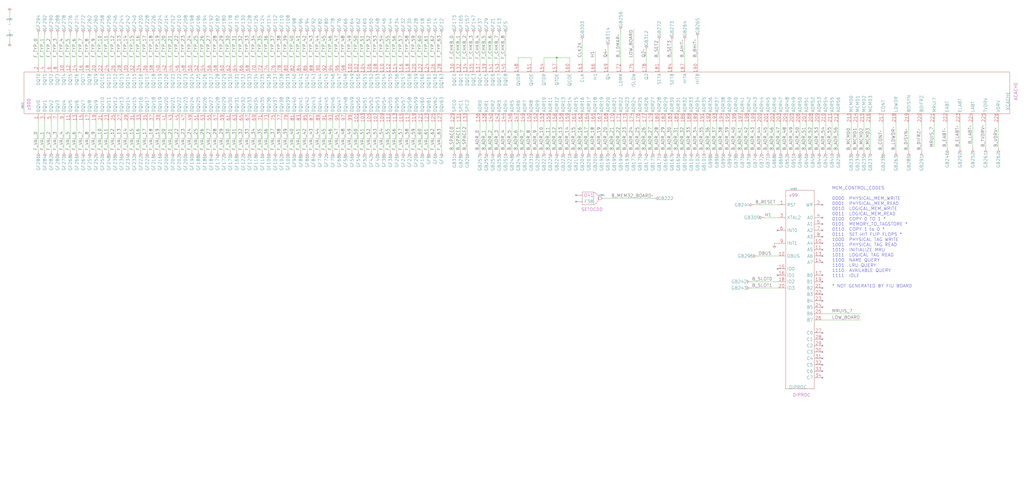
<source format=kicad_sch>
(kicad_sch (version 20230121) (generator eeschema)
  (paper "User" 812.8 381)
  (title_block (title "MEM32 Main"))
  (junction (at 441.96 45.72))
  (no_connect (at 652.78 299.72))
  (no_connect (at 652.78 294.64))
  (no_connect (at 652.78 182.88))
  (no_connect (at 652.78 284.48))
  (no_connect (at 652.78 289.56))
  (no_connect (at 652.78 208.28))
  (no_connect (at 652.78 264.16))
  (no_connect (at 652.78 187.96))
  (no_connect (at 652.78 269.24))
  (no_connect (at 617.22 218.44))
  (no_connect (at 617.22 213.36))
  (no_connect (at 652.78 223.52))
  (no_connect (at 457.2 160.02))
  (no_connect (at 652.78 193.04))
  (no_connect (at 652.78 218.44))
  (no_connect (at 652.78 238.76))
  (no_connect (at 652.78 243.84))
  (no_connect (at 652.78 177.8))
  (no_connect (at 652.78 198.12))
  (no_connect (at 617.22 182.88))
  (no_connect (at 652.78 274.32))
  (no_connect (at 652.78 172.72))
  (no_connect (at 652.78 162.56))
  (no_connect (at 652.78 279.4))
  (no_connect (at 457.2 154.94))
  (no_connect (at 652.78 233.68))
  (no_connect (at 652.78 203.2))
  (no_connect (at 652.78 228.6))
  (wire (pts (xy 340.36 119.38) (xy 340.36 96.52)))
  (wire (pts (xy 543.56 50.8) (xy 543.56 33.02)))
  (wire (pts (xy 45.72 50.8) (xy 45.72 27.94)))
  (wire (pts (xy 198.12 50.8) (xy 198.12 27.94)))
  (wire (pts (xy 254 119.38) (xy 254 96.52)))
  (wire (pts (xy 635 119.38) (xy 635 96.52)))
  (wire (pts (xy 457.2 119.38) (xy 457.2 96.52)))
  (wire (pts (xy 193.04 119.38) (xy 193.04 96.52)))
  (wire (pts (xy 127 119.38) (xy 127 96.52)))
  (wire (pts (xy 528.32 119.38) (xy 528.32 96.52)))
  (wire (pts (xy 721.36 119.38) (xy 721.36 96.52)))
  (wire (pts (xy 274.32 50.8) (xy 274.32 27.94)))
  (wire (pts (xy 452.12 50.8) (xy 452.12 45.72)))
  (wire (pts (xy 162.56 50.8) (xy 162.56 27.94)))
  (wire (pts (xy 447.04 119.38) (xy 447.04 96.52)))
  (wire (pts (xy 652.78 254) (xy 683.26 254)))
  (wire (pts (xy 652.78 248.92) (xy 683.26 248.92)))
  (wire (pts (xy 467.36 119.38) (xy 467.36 96.52)))
  (wire (pts (xy 548.64 119.38) (xy 548.64 96.52)))
  (wire (pts (xy 497.84 119.38) (xy 497.84 96.52)))
  (wire (pts (xy 50.8 50.8) (xy 50.8 27.94)))
  (wire (pts (xy 401.32 119.38) (xy 401.32 96.52)))
  (wire (pts (xy 127 50.8) (xy 127 27.94)))
  (wire (pts (xy 487.68 119.38) (xy 487.68 96.52)))
  (wire (pts (xy 203.2 119.38) (xy 203.2 96.52)))
  (wire (pts (xy 66.04 119.38) (xy 66.04 96.52)))
  (wire (pts (xy 492.76 50.8) (xy 492.76 25.4)))
  (wire (pts (xy 40.64 50.8) (xy 40.64 27.94)))
  (wire (pts (xy 335.28 50.8) (xy 335.28 27.94)))
  (wire (pts (xy 375.92 27.94) (xy 375.92 50.8)))
  (wire (pts (xy 40.64 119.38) (xy 40.64 96.52)))
  (wire (pts (xy 233.68 119.38) (xy 233.68 96.52)))
  (wire (pts (xy 396.24 119.38) (xy 396.24 96.52)))
  (wire (pts (xy 172.72 50.8) (xy 172.72 27.94)))
  (wire (pts (xy 7.62 27.94) (xy 7.62 33.02)))
  (wire (pts (xy 248.92 119.38) (xy 248.92 96.52)))
  (wire (pts (xy 584.2 119.38) (xy 584.2 96.52)))
  (wire (pts (xy 91.44 50.8) (xy 91.44 27.94)))
  (wire (pts (xy 513.08 50.8) (xy 513.08 40.64)))
  (wire (pts (xy 177.8 119.38) (xy 177.8 96.52)))
  (wire (pts (xy 106.68 119.38) (xy 106.68 96.52)))
  (wire (pts (xy 563.88 119.38) (xy 563.88 96.52)))
  (wire (pts (xy 132.08 119.38) (xy 132.08 96.52)))
  (wire (pts (xy 254 50.8) (xy 254 27.94)))
  (wire (pts (xy 711.2 119.38) (xy 711.2 96.52)))
  (wire (pts (xy 340.36 50.8) (xy 340.36 27.94)))
  (wire (pts (xy 228.6 50.8) (xy 228.6 27.94)))
  (wire (pts (xy 386.08 119.38) (xy 386.08 96.52)))
  (wire (pts (xy 228.6 119.38) (xy 228.6 96.52)))
  (wire (pts (xy 614.68 193.04) (xy 617.22 193.04)))
  (wire (pts (xy 289.56 50.8) (xy 289.56 27.94)))
  (wire (pts (xy 7.62 10.16) (xy 7.62 15.24)))
  (wire (pts (xy 543.56 119.38) (xy 543.56 96.52)))
  (wire (pts (xy 792.48 116.84) (xy 792.48 96.52)))
  (wire (pts (xy 76.2 119.38) (xy 76.2 96.52)))
  (wire (pts (xy 617.22 223.52) (xy 596.9 223.52)))
  (wire (pts (xy 426.72 119.38) (xy 426.72 96.52)))
  (wire (pts (xy 111.76 50.8) (xy 111.76 27.94)))
  (wire (pts (xy 386.08 27.94) (xy 386.08 50.8)))
  (wire (pts (xy 284.48 50.8) (xy 284.48 27.94)))
  (wire (pts (xy 568.96 119.38) (xy 568.96 96.52)))
  (wire (pts (xy 751.84 116.84) (xy 751.84 96.52)))
  (wire (pts (xy 513.08 119.38) (xy 513.08 96.52)))
  (wire (pts (xy 172.72 119.38) (xy 172.72 96.52)))
  (wire (pts (xy 264.16 50.8) (xy 264.16 27.94)))
  (wire (pts (xy 269.24 50.8) (xy 269.24 27.94)))
  (wire (pts (xy 76.2 50.8) (xy 76.2 27.94)))
  (wire (pts (xy 243.84 119.38) (xy 243.84 96.52)))
  (wire (pts (xy 330.2 119.38) (xy 330.2 96.52)))
  (wire (pts (xy 96.52 119.38) (xy 96.52 96.52)))
  (wire (pts (xy 116.84 119.38) (xy 116.84 96.52)))
  (wire (pts (xy 213.36 50.8) (xy 213.36 27.94)))
  (wire (pts (xy 96.52 50.8) (xy 96.52 27.94)))
  (wire (pts (xy 452.12 45.72) (xy 441.96 45.72)))
  (wire (pts (xy 142.24 119.38) (xy 142.24 96.52)))
  (wire (pts (xy 431.8 119.38) (xy 431.8 96.52)))
  (wire (pts (xy 218.44 50.8) (xy 218.44 27.94)))
  (wire (pts (xy 299.72 50.8) (xy 299.72 27.94)))
  (wire (pts (xy 472.44 119.38) (xy 472.44 96.52)))
  (wire (pts (xy 502.92 50.8) (xy 502.92 22.86)))
  (wire (pts (xy 421.64 45.72) (xy 411.48 45.72)))
  (wire (pts (xy 741.68 96.52) (xy 741.68 116.84)))
  (wire (pts (xy 182.88 119.38) (xy 182.88 96.52)))
  (wire (pts (xy 604.52 119.38) (xy 604.52 96.52)))
  (wire (pts (xy 121.92 119.38) (xy 121.92 96.52)))
  (wire (pts (xy 345.44 119.38) (xy 345.44 96.52)))
  (wire (pts (xy 614.68 119.38) (xy 614.68 96.52)))
  (wire (pts (xy 35.56 119.38) (xy 35.56 96.52)))
  (wire (pts (xy 289.56 119.38) (xy 289.56 96.52)))
  (wire (pts (xy 35.56 50.8) (xy 35.56 27.94)))
  (wire (pts (xy 187.96 119.38) (xy 187.96 96.52)))
  (wire (pts (xy 264.16 119.38) (xy 264.16 96.52)))
  (wire (pts (xy 137.16 119.38) (xy 137.16 96.52)))
  (wire (pts (xy 30.48 50.8) (xy 30.48 27.94)))
  (wire (pts (xy 86.36 50.8) (xy 86.36 27.94)))
  (wire (pts (xy 553.72 119.38) (xy 553.72 96.52)))
  (wire (pts (xy 650.24 119.38) (xy 650.24 96.52)))
  (wire (pts (xy 86.36 119.38) (xy 86.36 96.52)))
  (wire (pts (xy 198.12 119.38) (xy 198.12 96.52)))
  (wire (pts (xy 601.98 203.2) (xy 617.22 203.2)))
  (wire (pts (xy 162.56 119.38) (xy 162.56 96.52)))
  (wire (pts (xy 223.52 119.38) (xy 223.52 96.52)))
  (wire (pts (xy 574.04 119.38) (xy 574.04 96.52)))
  (wire (pts (xy 81.28 119.38) (xy 81.28 96.52)))
  (wire (pts (xy 106.68 50.8) (xy 106.68 27.94)))
  (wire (pts (xy 680.72 119.38) (xy 680.72 96.52)))
  (wire (pts (xy 182.88 50.8) (xy 182.88 27.94)))
  (wire (pts (xy 177.8 50.8) (xy 177.8 27.94)))
  (wire (pts (xy 482.6 50.8) (xy 482.6 38.1)))
  (wire (pts (xy 411.48 119.38) (xy 411.48 96.52)))
  (wire (pts (xy 294.64 119.38) (xy 294.64 96.52)))
  (wire (pts (xy 238.76 119.38) (xy 238.76 96.52)))
  (wire (pts (xy 480.06 157.48) (xy 518.16 157.48)))
  (wire (pts (xy 472.44 40.64) (xy 472.44 50.8)))
  (wire (pts (xy 294.64 50.8) (xy 294.64 27.94)))
  (wire (pts (xy 142.24 50.8) (xy 142.24 27.94)))
  (wire (pts (xy 538.48 119.38) (xy 538.48 96.52)))
  (wire (pts (xy 617.22 228.6) (xy 596.9 228.6)))
  (wire (pts (xy 157.48 50.8) (xy 157.48 27.94)))
  (wire (pts (xy 370.84 27.94) (xy 370.84 50.8)))
  (wire (pts (xy 248.92 50.8) (xy 248.92 27.94)))
  (wire (pts (xy 213.36 119.38) (xy 213.36 96.52)))
  (wire (pts (xy 320.04 119.38) (xy 320.04 96.52)))
  (wire (pts (xy 55.88 119.38) (xy 55.88 96.52)))
  (wire (pts (xy 629.92 119.38) (xy 629.92 96.52)))
  (wire (pts (xy 233.68 50.8) (xy 233.68 27.94)))
  (wire (pts (xy 269.24 119.38) (xy 269.24 96.52)))
  (wire (pts (xy 594.36 119.38) (xy 594.36 96.52)))
  (wire (pts (xy 71.12 50.8) (xy 71.12 27.94)))
  (wire (pts (xy 208.28 119.38) (xy 208.28 96.52)))
  (wire (pts (xy 157.48 119.38) (xy 157.48 96.52)))
  (wire (pts (xy 147.32 119.38) (xy 147.32 96.52)))
  (wire (pts (xy 55.88 50.8) (xy 55.88 27.94)))
  (wire (pts (xy 259.08 119.38) (xy 259.08 96.52)))
  (wire (pts (xy 50.8 119.38) (xy 50.8 96.52)))
  (wire (pts (xy 314.96 50.8) (xy 314.96 27.94)))
  (wire (pts (xy 350.52 50.8) (xy 350.52 27.94)))
  (wire (pts (xy 619.76 119.38) (xy 619.76 96.52)))
  (wire (pts (xy 203.2 50.8) (xy 203.2 27.94)))
  (wire (pts (xy 274.32 119.38) (xy 274.32 96.52)))
  (wire (pts (xy 309.88 50.8) (xy 309.88 27.94)))
  (wire (pts (xy 66.04 50.8) (xy 66.04 27.94)))
  (wire (pts (xy 685.8 119.38) (xy 685.8 96.52)))
  (wire (pts (xy 299.72 119.38) (xy 299.72 96.52)))
  (wire (pts (xy 370.84 119.38) (xy 370.84 96.52)))
  (wire (pts (xy 553.72 50.8) (xy 553.72 30.48)))
  (wire (pts (xy 309.88 119.38) (xy 309.88 96.52)))
  (wire (pts (xy 462.28 119.38) (xy 462.28 96.52)))
  (wire (pts (xy 523.24 50.8) (xy 523.24 33.02)))
  (wire (pts (xy 421.64 50.8) (xy 421.64 45.72)))
  (wire (pts (xy 345.44 50.8) (xy 345.44 27.94)))
  (wire (pts (xy 30.48 119.38) (xy 30.48 96.52)))
  (wire (pts (xy 579.12 119.38) (xy 579.12 96.52)))
  (wire (pts (xy 558.8 119.38) (xy 558.8 96.52)))
  (wire (pts (xy 91.44 119.38) (xy 91.44 96.52)))
  (wire (pts (xy 731.52 119.38) (xy 731.52 96.52)))
  (wire (pts (xy 60.96 50.8) (xy 60.96 27.94)))
  (wire (pts (xy 452.12 119.38) (xy 452.12 96.52)))
  (wire (pts (xy 482.6 119.38) (xy 482.6 96.52)))
  (wire (pts (xy 325.12 50.8) (xy 325.12 27.94)))
  (wire (pts (xy 401.32 27.94) (xy 401.32 50.8)))
  (wire (pts (xy 360.68 27.94) (xy 360.68 50.8)))
  (wire (pts (xy 589.28 119.38) (xy 589.28 96.52)))
  (wire (pts (xy 411.48 45.72) (xy 411.48 50.8)))
  (wire (pts (xy 223.52 50.8) (xy 223.52 27.94)))
  (wire (pts (xy 599.44 162.56) (xy 617.22 162.56)))
  (wire (pts (xy 365.76 119.38) (xy 365.76 96.52)))
  (wire (pts (xy 655.32 119.38) (xy 655.32 96.52)))
  (wire (pts (xy 259.08 50.8) (xy 259.08 27.94)))
  (wire (pts (xy 137.16 50.8) (xy 137.16 27.94)))
  (wire (pts (xy 477.52 119.38) (xy 477.52 96.52)))
  (wire (pts (xy 665.48 119.38) (xy 665.48 96.52)))
  (wire (pts (xy 391.16 119.38) (xy 391.16 96.52)))
  (wire (pts (xy 690.88 119.38) (xy 690.88 96.52)))
  (wire (pts (xy 121.92 50.8) (xy 121.92 27.94)))
  (wire (pts (xy 441.96 45.72) (xy 431.8 45.72)))
  (wire (pts (xy 660.4 96.52) (xy 660.4 119.38)))
  (wire (pts (xy 640.08 119.38) (xy 640.08 96.52)))
  (wire (pts (xy 441.96 119.38) (xy 441.96 96.52)))
  (wire (pts (xy 60.96 119.38) (xy 60.96 96.52)))
  (wire (pts (xy 431.8 45.72) (xy 431.8 50.8)))
  (wire (pts (xy 624.84 119.38) (xy 624.84 96.52)))
  (wire (pts (xy 314.96 119.38) (xy 314.96 96.52)))
  (wire (pts (xy 208.28 50.8) (xy 208.28 27.94)))
  (wire (pts (xy 462.28 50.8) (xy 462.28 33.02)))
  (wire (pts (xy 152.4 119.38) (xy 152.4 96.52)))
  (wire (pts (xy 238.76 50.8) (xy 238.76 27.94)))
  (wire (pts (xy 508 119.38) (xy 508 96.52)))
  (wire (pts (xy 167.64 119.38) (xy 167.64 96.52)))
  (wire (pts (xy 365.76 27.94) (xy 365.76 50.8)))
  (wire (pts (xy 762 116.84) (xy 762 96.52)))
  (wire (pts (xy 533.4 119.38) (xy 533.4 96.52)))
  (wire (pts (xy 406.4 119.38) (xy 406.4 96.52)))
  (wire (pts (xy 152.4 50.8) (xy 152.4 27.94)))
  (wire (pts (xy 381 27.94) (xy 381 50.8)))
  (wire (pts (xy 523.24 119.38) (xy 523.24 96.52)))
  (wire (pts (xy 218.44 119.38) (xy 218.44 96.52)))
  (wire (pts (xy 609.6 119.38) (xy 609.6 96.52)))
  (wire (pts (xy 350.52 119.38) (xy 350.52 96.52)))
  (wire (pts (xy 360.68 119.38) (xy 360.68 96.52)))
  (wire (pts (xy 116.84 50.8) (xy 116.84 27.94)))
  (wire (pts (xy 101.6 119.38) (xy 101.6 96.52)))
  (wire (pts (xy 304.8 50.8) (xy 304.8 27.94)))
  (wire (pts (xy 645.16 119.38) (xy 645.16 96.52)))
  (wire (pts (xy 279.4 50.8) (xy 279.4 27.94)))
  (wire (pts (xy 599.44 119.38) (xy 599.44 96.52)))
  (wire (pts (xy 101.6 50.8) (xy 101.6 27.94)))
  (wire (pts (xy 518.16 96.52) (xy 518.16 119.38)))
  (wire (pts (xy 111.76 119.38) (xy 111.76 96.52)))
  (wire (pts (xy 71.12 119.38) (xy 71.12 96.52)))
  (wire (pts (xy 701.04 119.38) (xy 701.04 96.52)))
  (wire (pts (xy 193.04 50.8) (xy 193.04 27.94)))
  (wire (pts (xy 132.08 50.8) (xy 132.08 27.94)))
  (wire (pts (xy 421.64 119.38) (xy 421.64 96.52)))
  (wire (pts (xy 304.8 119.38) (xy 304.8 96.52)))
  (wire (pts (xy 335.28 119.38) (xy 335.28 96.52)))
  (wire (pts (xy 396.24 27.94) (xy 396.24 50.8)))
  (wire (pts (xy 607.06 172.72) (xy 617.22 172.72)))
  (wire (pts (xy 147.32 50.8) (xy 147.32 27.94)))
  (wire (pts (xy 391.16 27.94) (xy 391.16 50.8)))
  (wire (pts (xy 284.48 119.38) (xy 284.48 96.52)))
  (wire (pts (xy 187.96 50.8) (xy 187.96 27.94)))
  (wire (pts (xy 772.16 116.84) (xy 772.16 96.52)))
  (wire (pts (xy 441.96 45.72) (xy 441.96 50.8)))
  (wire (pts (xy 381 119.38) (xy 381 96.52)))
  (wire (pts (xy 45.72 119.38) (xy 45.72 96.52)))
  (wire (pts (xy 81.28 50.8) (xy 81.28 27.94)))
  (wire (pts (xy 320.04 50.8) (xy 320.04 27.94)))
  (wire (pts (xy 502.92 119.38) (xy 502.92 96.52)))
  (wire (pts (xy 675.64 119.38) (xy 675.64 96.52)))
  (wire (pts (xy 416.56 119.38) (xy 416.56 96.52)))
  (wire (pts (xy 492.76 119.38) (xy 492.76 96.52)))
  (wire (pts (xy 782.32 116.84) (xy 782.32 96.52)))
  (wire (pts (xy 167.64 50.8) (xy 167.64 27.94)))
  (wire (pts (xy 325.12 119.38) (xy 325.12 96.52)))
  (wire (pts (xy 330.2 50.8) (xy 330.2 27.94)))
  (wire (pts (xy 533.4 50.8) (xy 533.4 33.02)))
  (wire (pts (xy 279.4 119.38) (xy 279.4 96.52)))
  (wire (pts (xy 436.88 119.38) (xy 436.88 96.52)))
  (wire (pts (xy 243.84 50.8) (xy 243.84 27.94)))
  (text "MEM_CONTROL_CODES\n\n0000  PHYSICAL_MEM_WRITE\n0001  PHYSICAL_MEM_READ\n0010  LOGICAL_MEM_WRITE\n0011  LOGICAL_MEM_READ\n0100  COPY 0 TO 1 *\n0101  MEMORY_TO_TAGSTORE *\n0110  COPY 1 to 0 *\n0111  SET HIT FLIP FLOPS *\n1000  PHYSICAL TAG WRITE\n1001  PHYSICAL TAG READ\n1010  INITIALIZE MRU\n1011  LOGICAL TAG READ\n1100  NAME QUERY\n1101  LRU QUERY\n1110  AVAILABLE QUERY\n1111  IDLE\n\n* NOT GENERATED BY FIU BOARD" (at 660.4 228.6 0) (effects (font (size 2.54 2.54)) (justify left bottom)))
  (label "B_SLOT1" (at 596.9 228.6 0) (effects (font (size 2.54 2.54))))
  (label "F_TYP_58" (at 325.12 45.72 90) (effects (font (size 2.54 2.54))))
  (label "F_TYP_56" (at 314.96 45.72 90) (effects (font (size 2.54 2.54))))
  (label "F_TYP_59" (at 330.2 45.72 90) (effects (font (size 2.54 2.54))))
  (label "B_ADR_8" (at 421.64 119.38 90) (effects (font (size 2.54 2.54))))
  (label "H1" (at 472.44 45.72 90) (effects (font (size 2.54 2.54))))
  (label "F_VAL_23" (at 147.32 119.38 90) (effects (font (size 2.54 2.54))))
  (label "F_VAL_61" (at 340.36 119.38 90) (effects (font (size 2.54 2.54))))
  (label "F_TYP_50" (at 284.48 45.72 90) (effects (font (size 2.54 2.54))))
  (label "MRUIS_7" (at 660.4 248.92 0) (effects (font (size 2.54 2.54))))
  (label "F_VAL_21" (at 137.16 119.38 90) (effects (font (size 2.54 2.54))))
  (label "B_LDWDR~" (at 711.2 119.38 90) (effects (font (size 2.54 2.54))))
  (label "F_TYP_27" (at 167.64 45.72 90) (effects (font (size 2.54 2.54))))
  (label "F_VAL_39" (at 228.6 119.38 90) (effects (font (size 2.54 2.54))))
  (label "F_TYP_48" (at 274.32 45.72 90) (effects (font (size 2.54 2.54))))
  (label "B_ADR_2" (at 391.16 119.38 90) (effects (font (size 2.54 2.54))))
  (label "F_TYP_12" (at 91.44 45.72 90) (effects (font (size 2.54 2.54))))
  (label "F_VAL_56" (at 314.96 119.38 90) (effects (font (size 2.54 2.54))))
  (label "F_VAL_49" (at 279.4 119.38 90) (effects (font (size 2.54 2.54))))
  (label "B_ADR_40" (at 584.2 119.38 90) (effects (font (size 2.54 2.54))))
  (label "B_ADR_20" (at 482.6 119.38 90) (effects (font (size 2.54 2.54))))
  (label "F_TYP_63" (at 350.52 45.72 90) (effects (font (size 2.54 2.54))))
  (label "F_VAL_28" (at 172.72 119.38 90) (effects (font (size 2.54 2.54))))
  (label "B_ADR_49" (at 629.92 119.38 90) (effects (font (size 2.54 2.54))))
  (label "F_TYP_0" (at 30.48 45.72 90) (effects (font (size 2.54 2.54))))
  (label "B_ADR_11" (at 436.88 119.38 90) (effects (font (size 2.54 2.54))))
  (label "F_TYP_20" (at 132.08 45.72 90) (effects (font (size 2.54 2.54))))
  (label "B_ADR_14" (at 452.12 119.38 90) (effects (font (size 2.54 2.54))))
  (label "B_ADR_24" (at 502.92 119.38 90) (effects (font (size 2.54 2.54))))
  (label "F_VAL_15" (at 106.68 119.38 90) (effects (font (size 2.54 2.54))))
  (label "B_SET3" (at 533.4 45.72 90) (effects (font (size 2.54 2.54))))
  (label "F_VAL_17" (at 116.84 119.38 90) (effects (font (size 2.54 2.54))))
  (label "F_VAL_45" (at 259.08 119.38 90) (effects (font (size 2.54 2.54))))
  (label "B_MCMD3" (at 690.88 119.38 90) (effects (font (size 2.54 2.54))))
  (label "F_VAL_11" (at 86.36 119.38 90) (effects (font (size 2.54 2.54))))
  (label "B_ADR_39" (at 579.12 119.38 90) (effects (font (size 2.54 2.54))))
  (label "B_ADR_1" (at 386.08 119.38 90) (effects (font (size 2.54 2.54))))
  (label "F_TYP_23" (at 147.32 45.72 90) (effects (font (size 2.54 2.54))))
  (label "F_VAL_54" (at 304.8 119.38 90) (effects (font (size 2.54 2.54))))
  (label "F_VAL_43" (at 248.92 119.38 90) (effects (font (size 2.54 2.54))))
  (label "F_VAL_52" (at 294.64 119.38 90) (effects (font (size 2.54 2.54))))
  (label "H1" (at 607.06 172.72 0) (effects (font (size 2.54 2.54))))
  (label "F_TYP_40" (at 233.68 45.72 90) (effects (font (size 2.54 2.54))))
  (label "B_ADR_6" (at 411.48 119.38 90) (effects (font (size 2.54 2.54))))
  (label "F_TYP_42" (at 243.84 45.72 90) (effects (font (size 2.54 2.54))))
  (label "F_VAL_24" (at 152.4 119.38 90) (effects (font (size 2.54 2.54))))
  (label "F_TYP_11" (at 86.36 45.72 90) (effects (font (size 2.54 2.54))))
  (label "F_TYP_47" (at 269.24 45.72 90) (effects (font (size 2.54 2.54))))
  (label "F_TYP_35" (at 208.28 45.72 90) (effects (font (size 2.54 2.54))))
  (label "B_RESET" (at 599.44 162.56 0) (effects (font (size 2.54 2.54))))
  (label "F_VAL_7" (at 66.04 119.38 90) (effects (font (size 2.54 2.54))))
  (label "B_ADR_51" (at 640.08 119.38 90) (effects (font (size 2.54 2.54))))
  (label "MRUIS_7" (at 741.68 116.84 90) (effects (font (size 2.54 2.54))))
  (label "F_VAL_55" (at 309.88 119.38 90) (effects (font (size 2.54 2.54))))
  (label "F_TYP_54" (at 304.8 45.72 90) (effects (font (size 2.54 2.54))))
  (label "F_TYP_29" (at 177.8 45.72 90) (effects (font (size 2.54 2.54))))
  (label "B_ADR_25" (at 508 119.38 90) (effects (font (size 2.54 2.54))))
  (label "B_ADR_21" (at 487.68 119.38 90) (effects (font (size 2.54 2.54))))
  (label "F_CHKB_8" (at 401.32 27.94 270) (effects (font (size 2.54 2.54))))
  (label "F_TYP_38" (at 223.52 45.72 90) (effects (font (size 2.54 2.54))))
  (label "B_ADR_38" (at 574.04 119.38 90) (effects (font (size 2.54 2.54))))
  (label "F_VAL_35" (at 208.28 119.38 90) (effects (font (size 2.54 2.54))))
  (label "B_SPACE2" (at 370.84 119.38 90) (effects (font (size 2.54 2.54))))
  (label "F_VAL_37" (at 218.44 119.38 90) (effects (font (size 2.54 2.54))))
  (label "F_CHKB_0" (at 360.68 27.94 270) (effects (font (size 2.54 2.54))))
  (label "F_TYP_25" (at 157.48 45.72 90) (effects (font (size 2.54 2.54))))
  (label "F_VAL_32" (at 193.04 119.38 90) (effects (font (size 2.54 2.54))))
  (label "F_TYP_4" (at 50.8 45.72 90) (effects (font (size 2.54 2.54))))
  (label "B_ADR_42" (at 594.36 119.38 90) (effects (font (size 2.54 2.54))))
  (label "F_TYP_31" (at 187.96 45.72 90) (effects (font (size 2.54 2.54))))
  (label "F_VAL_9" (at 76.2 119.38 90) (effects (font (size 2.54 2.54))))
  (label "F_TYP_36" (at 213.36 45.72 90) (effects (font (size 2.54 2.54))))
  (label "F_TYP_7" (at 66.04 45.72 90) (effects (font (size 2.54 2.54))))
  (label "F_VAL_6" (at 60.96 119.38 90) (effects (font (size 2.54 2.54))))
  (label "B_ADR_13" (at 447.04 119.38 90) (effects (font (size 2.54 2.54))))
  (label "F_CHKB_7" (at 396.24 27.94 270) (effects (font (size 2.54 2.54))))
  (label "F_VAL_63" (at 350.52 119.38 90) (effects (font (size 2.54 2.54))))
  (label "B_SET2" (at 523.24 45.72 90) (effects (font (size 2.54 2.54))))
  (label "F_CHKB_2" (at 370.84 27.94 270) (effects (font (size 2.54 2.54))))
  (label "F_TYP_10" (at 81.28 45.72 90) (effects (font (size 2.54 2.54))))
  (label "B_ADR_29" (at 528.32 119.38 90) (effects (font (size 2.54 2.54))))
  (label "F_VAL_3" (at 45.72 119.38 90) (effects (font (size 2.54 2.54))))
  (label "F_VAL_44" (at 254 119.38 90) (effects (font (size 2.54 2.54))))
  (label "F_CHKB_4" (at 381 27.94 270) (effects (font (size 2.54 2.54))))
  (label "F_VAL_60" (at 335.28 119.38 90) (effects (font (size 2.54 2.54))))
  (label "B_ADR_46" (at 614.68 119.38 90) (effects (font (size 2.54 2.54))))
  (label "B_MCMD0" (at 675.64 119.38 90) (effects (font (size 2.54 2.54))))
  (label "F_TYP_22" (at 142.24 45.72 90) (effects (font (size 2.54 2.54))))
  (label "F_TYP_61" (at 340.36 45.72 90) (effects (font (size 2.54 2.54))))
  (label "B_ADR_45" (at 609.6 119.38 90) (effects (font (size 2.54 2.54))))
  (label "B_ADR_17" (at 467.36 119.38 90) (effects (font (size 2.54 2.54))))
  (label "B_ADR_47" (at 619.76 119.38 90) (effects (font (size 2.54 2.54))))
  (label "F_VAL_62" (at 345.44 119.38 90) (effects (font (size 2.54 2.54))))
  (label "F_VAL_59" (at 330.2 119.38 90) (effects (font (size 2.54 2.54))))
  (label "F_TYP_1" (at 35.56 45.72 90) (effects (font (size 2.54 2.54))))
  (label "F_VAL_48" (at 274.32 119.38 90) (effects (font (size 2.54 2.54))))
  (label "F_CHKB_5" (at 386.08 27.94 270) (effects (font (size 2.54 2.54))))
  (label "F_VAL_42" (at 243.84 119.38 90) (effects (font (size 2.54 2.54))))
  (label "F_VAL_30" (at 182.88 119.38 90) (effects (font (size 2.54 2.54))))
  (label "F_VAL_46" (at 264.16 119.38 90) (effects (font (size 2.54 2.54))))
  (label "B_ADR_0" (at 381 119.38 90) (effects (font (size 2.54 2.54))))
  (label "B_VDRV~" (at 792.48 116.84 90) (effects (font (size 2.54 2.54))))
  (label "B_SLOT0" (at 596.9 223.52 0) (effects (font (size 2.54 2.54))))
  (label "F_VAL_51" (at 289.56 119.38 90) (effects (font (size 2.54 2.54))))
  (label "F_VAL_2" (at 40.64 119.38 90) (effects (font (size 2.54 2.54))))
  (label "F_TYP_57" (at 320.04 45.72 90) (effects (font (size 2.54 2.54))))
  (label "F_VAL_53" (at 299.72 119.38 90) (effects (font (size 2.54 2.54))))
  (label "F_TYP_46" (at 264.16 45.72 90) (effects (font (size 2.54 2.54))))
  (label "B_ADR_56" (at 665.48 119.38 90) (effects (font (size 2.54 2.54))))
  (label "F_TYP_21" (at 137.16 45.72 90) (effects (font (size 2.54 2.54))))
  (label "B_ADR_33" (at 548.64 119.38 90) (effects (font (size 2.54 2.54))))
  (label "F_TYP_28" (at 172.72 45.72 90) (effects (font (size 2.54 2.54))))
  (label "B_ADR_31" (at 538.48 119.38 90) (effects (font (size 2.54 2.54))))
  (label "CLK2X" (at 462.28 45.72 90) (effects (font (size 2.54 2.54))))
  (label "F_VAL_14" (at 101.6 119.38 90) (effects (font (size 2.54 2.54))))
  (label "B_ADR_22" (at 492.76 119.38 90) (effects (font (size 2.54 2.54))))
  (label "B_BHIT~" (at 553.72 45.72 90) (effects (font (size 2.54 2.54))))
  (label "F_VAL_33" (at 198.12 119.38 90) (effects (font (size 2.54 2.54))))
  (label "B_ADR_18" (at 472.44 119.38 90) (effects (font (size 2.54 2.54))))
  (label "F_TYP_26" (at 162.56 45.72 90) (effects (font (size 2.54 2.54))))
  (label "F_CHKB_6" (at 391.16 27.94 270) (effects (font (size 2.54 2.54))))
  (label "B_ADR_27" (at 518.16 119.38 90) (effects (font (size 2.54 2.54))))
  (label "F_TYP_52" (at 294.64 45.72 90) (effects (font (size 2.54 2.54))))
  (label "B_ADR_52" (at 645.16 119.38 90) (effects (font (size 2.54 2.54))))
  (label "F_VAL_27" (at 167.64 119.38 90) (effects (font (size 2.54 2.54))))
  (label "B_ADR_3" (at 396.24 119.38 90) (effects (font (size 2.54 2.54))))
  (label "F_TYP_17" (at 116.84 45.72 90) (effects (font (size 2.54 2.54))))
  (label "F_VAL_12" (at 91.44 119.38 90) (effects (font (size 2.54 2.54))))
  (label "F_VAL_19" (at 127 119.38 90) (effects (font (size 2.54 2.54))))
  (label "B_SPACE0" (at 360.68 119.38 90) (effects (font (size 2.54 2.54))))
  (label "B_ADR_4" (at 401.32 119.38 90) (effects (font (size 2.54 2.54))))
  (label "B_ADR_53" (at 650.24 119.38 90) (effects (font (size 2.54 2.54))))
  (label "B_SPACE1" (at 365.76 119.38 90) (effects (font (size 2.54 2.54))))
  (label "B_CONT~" (at 701.04 119.38 90) (effects (font (size 2.54 2.54))))
  (label "B_ADR_34" (at 553.72 119.38 90) (effects (font (size 2.54 2.54))))
  (label "B_MEM32_BOARD~" (at 485.14 157.48 0) (effects (font (size 2.54 2.54))))
  (label "F_VAL_58" (at 325.12 119.38 90) (effects (font (size 2.54 2.54))))
  (label "F_VAL_25" (at 157.48 119.38 90) (effects (font (size 2.54 2.54))))
  (label "B_MCMD1" (at 680.72 119.38 90) (effects (font (size 2.54 2.54))))
  (label "F_TYP_24" (at 152.4 45.72 90) (effects (font (size 2.54 2.54))))
  (label "F_CHKB_1" (at 365.76 27.94 270) (effects (font (size 2.54 2.54))))
  (label "F_VAL_57" (at 320.04 119.38 90) (effects (font (size 2.54 2.54))))
  (label "F_TYP_37" (at 218.44 45.72 90) (effects (font (size 2.54 2.54))))
  (label "F_TYP_45" (at 259.08 45.72 90) (effects (font (size 2.54 2.54))))
  (label "F_VAL_10" (at 81.28 119.38 90) (effects (font (size 2.54 2.54))))
  (label "B_ADR_30" (at 533.4 119.38 90) (effects (font (size 2.54 2.54))))
  (label "B_ADR_15" (at 457.2 119.38 90) (effects (font (size 2.54 2.54))))
  (label "F_TYP_8" (at 71.12 45.72 90) (effects (font (size 2.54 2.54))))
  (label "F_TYP_16" (at 111.76 45.72 90) (effects (font (size 2.54 2.54))))
  (label "F_TYP_49" (at 279.4 45.72 90) (effects (font (size 2.54 2.54))))
  (label "F_VAL_1" (at 35.56 119.38 90) (effects (font (size 2.54 2.54))))
  (label "F_TYP_30" (at 182.88 45.72 90) (effects (font (size 2.54 2.54))))
  (label "F_TYP_19" (at 127 45.72 90) (effects (font (size 2.54 2.54))))
  (label "Q4~" (at 482.6 45.72 90) (effects (font (size 2.54 2.54))))
  (label "F_TYP_43" (at 248.92 45.72 90) (effects (font (size 2.54 2.54))))
  (label "B_ADR_41" (at 589.28 119.38 90) (effects (font (size 2.54 2.54))))
  (label "B_ADR_16" (at 462.28 119.38 90) (effects (font (size 2.54 2.54))))
  (label "B_DISYN~" (at 721.36 119.38 90) (effects (font (size 2.54 2.54))))
  (label "B_ADR_50" (at 635 119.38 90) (effects (font (size 2.54 2.54))))
  (label "B_ADR_44" (at 604.52 119.38 90) (effects (font (size 2.54 2.54))))
  (label "B_ADR_43" (at 599.44 119.38 90) (effects (font (size 2.54 2.54))))
  (label "LOW_BOARD" (at 502.92 45.72 90) (effects (font (size 2.54 2.54))))
  (label "B_ADR_28" (at 523.24 119.38 90) (effects (font (size 2.54 2.54))))
  (label "B_ADR_54" (at 655.32 119.38 90) (effects (font (size 2.54 2.54))))
  (label "LOW_BOARD" (at 660.4 254 0) (effects (font (size 2.54 2.54))))
  (label "F_VAL_31" (at 187.96 119.38 90) (effects (font (size 2.54 2.54))))
  (label "F_TYP_33" (at 198.12 45.72 90) (effects (font (size 2.54 2.54))))
  (label "B_EABT~" (at 751.84 116.84 90) (effects (font (size 2.54 2.54))))
  (label "B_ADR_55" (at 660.4 119.38 90) (effects (font (size 2.54 2.54))))
  (label "F_TYP_18" (at 121.92 45.72 90) (effects (font (size 2.54 2.54))))
  (label "F_VAL_18" (at 121.92 119.38 90) (effects (font (size 2.54 2.54))))
  (label "F_TYP_60" (at 335.28 45.72 90) (effects (font (size 2.54 2.54))))
  (label "B_ADR_48" (at 624.84 119.38 90) (effects (font (size 2.54 2.54))))
  (label "F_VAL_50" (at 284.48 119.38 90) (effects (font (size 2.54 2.54))))
  (label "F_VAL_26" (at 162.56 119.38 90) (effects (font (size 2.54 2.54))))
  (label "F_TYP_44" (at 254 45.72 90) (effects (font (size 2.54 2.54))))
  (label "F_TYP_14" (at 101.6 45.72 90) (effects (font (size 2.54 2.54))))
  (label "F_VAL_40" (at 233.68 119.38 90) (effects (font (size 2.54 2.54))))
  (label "F_TYP_55" (at 309.88 45.72 90) (effects (font (size 2.54 2.54))))
  (label "F_TYP_13" (at 96.52 45.72 90) (effects (font (size 2.54 2.54))))
  (label "F_VAL_34" (at 203.2 119.38 90) (effects (font (size 2.54 2.54))))
  (label "F_TYP_62" (at 345.44 45.72 90) (effects (font (size 2.54 2.54))))
  (label "F_VAL_0" (at 30.48 119.38 90) (effects (font (size 2.54 2.54))))
  (label "B_ADR_35" (at 558.8 119.38 90) (effects (font (size 2.54 2.54))))
  (label "F_VAL_22" (at 142.24 119.38 90) (effects (font (size 2.54 2.54))))
  (label "F_VAL_5" (at 55.88 119.38 90) (effects (font (size 2.54 2.54))))
  (label "B_ADR_10" (at 431.8 119.38 90) (effects (font (size 2.54 2.54))))
  (label "F_VAL_41" (at 238.76 119.38 90) (effects (font (size 2.54 2.54))))
  (label "F_VAL_13" (at 96.52 119.38 90) (effects (font (size 2.54 2.54))))
  (label "F_TYP_53" (at 299.72 45.72 90) (effects (font (size 2.54 2.54))))
  (label "B_LABT~" (at 772.16 114.3 90) (effects (font (size 2.54 2.54))))
  (label "B_AHIT~" (at 543.56 45.72 90) (effects (font (size 2.54 2.54))))
  (label "F_VAL_36" (at 213.36 119.38 90) (effects (font (size 2.54 2.54))))
  (label "F_TYP_41" (at 238.76 45.72 90) (effects (font (size 2.54 2.54))))
  (label "F_TYP_39" (at 228.6 45.72 90) (effects (font (size 2.54 2.54))))
  (label "F_VAL_16" (at 111.76 119.38 90) (effects (font (size 2.54 2.54))))
  (label "B_ADR_7" (at 416.56 119.38 90) (effects (font (size 2.54 2.54))))
  (label "DBUS" (at 601.98 203.2 0) (effects (font (size 2.54 2.54))))
  (label "F_TYP_15" (at 106.68 45.72 90) (effects (font (size 2.54 2.54))))
  (label "F_VAL_47" (at 269.24 119.38 90) (effects (font (size 2.54 2.54))))
  (label "B_LDMAR~" (at 492.76 45.72 90) (effects (font (size 2.54 2.54))))
  (label "F_TYP_3" (at 45.72 45.72 90) (effects (font (size 2.54 2.54))))
  (label "B_ADR_23" (at 497.84 119.38 90) (effects (font (size 2.54 2.54))))
  (label "F_VAL_29" (at 177.8 119.38 90) (effects (font (size 2.54 2.54))))
  (label "F_VAL_20" (at 132.08 119.38 90) (effects (font (size 2.54 2.54))))
  (label "B_DIFRZ~" (at 731.52 119.38 90) (effects (font (size 2.54 2.54))))
  (label "B_ELABT~" (at 762 116.84 90) (effects (font (size 2.54 2.54))))
  (label "F_TYP_34" (at 203.2 45.72 90) (effects (font (size 2.54 2.54))))
  (label "B_ADR_5" (at 406.4 119.38 90) (effects (font (size 2.54 2.54))))
  (label "B_TVDRV~" (at 782.32 116.84 90) (effects (font (size 2.54 2.54))))
  (label "F_TYP_6" (at 60.96 45.72 90) (effects (font (size 2.54 2.54))))
  (label "B_ADR_36" (at 563.88 119.38 90) (effects (font (size 2.54 2.54))))
  (label "B_ADR_12" (at 441.96 119.38 90) (effects (font (size 2.54 2.54))))
  (label "B_ADR_19" (at 477.52 119.38 90) (effects (font (size 2.54 2.54))))
  (label "Q2~" (at 513.08 45.72 90) (effects (font (size 2.54 2.54))))
  (label "F_TYP_2" (at 40.64 45.72 90) (effects (font (size 2.54 2.54))))
  (label "B_ADR_26" (at 513.08 119.38 90) (effects (font (size 2.54 2.54))))
  (label "F_TYP_9" (at 76.2 45.72 90) (effects (font (size 2.54 2.54))))
  (label "B_ADR_37" (at 568.96 119.38 90) (effects (font (size 2.54 2.54))))
  (label "F_VAL_4" (at 50.8 119.38 90) (effects (font (size 2.54 2.54))))
  (label "F_VAL_8" (at 71.12 119.38 90) (effects (font (size 2.54 2.54))))
  (label "B_ADR_9" (at 426.72 119.38 90) (effects (font (size 2.54 2.54))))
  (label "F_TYP_5" (at 55.88 45.72 90) (effects (font (size 2.54 2.54))))
  (label "F_VAL_38" (at 223.52 119.38 90) (effects (font (size 2.54 2.54))))
  (label "B_MCMD2" (at 685.8 119.38 90) (effects (font (size 2.54 2.54))))
  (label "F_TYP_32" (at 193.04 45.72 90) (effects (font (size 2.54 2.54))))
  (label "B_ADR_32" (at 543.56 119.38 90) (effects (font (size 2.54 2.54))))
  (label "F_CHKB_3" (at 375.92 27.94 270) (effects (font (size 2.54 2.54))))
  (label "F_TYP_51" (at 289.56 45.72 90) (effects (font (size 2.54 2.54))))
  (symbol (lib_id "r1000:GB") (at 487.68 119.38 90) (mirror x) (unit 1)
    (property "Reference" "GB195" (at 487.68 123.19 0) (effects (font (size 2.54 2.54)) (justify left)))
    (property "Value" "GB" (effects hide))
  )
  (symbol (lib_id "r1000:GF") (at 309.88 119.38 90) (mirror x) (unit 1)
    (property "Reference" "GF36" (at 309.88 123.19 0) (effects (font (size 2.54 2.54)) (justify left)))
    (property "Value" "GF" (effects hide))
  )
  (symbol (lib_id "r1000:GF") (at 304.8 27.94 90) (unit 1)
    (property "Reference" "GF46" (at 304.8 24.13 0) (effects (font (size 2.54 2.54)) (justify left)))
    (property "Value" "GF" (effects hide))
  )
  (symbol (lib_id "r1000:GB") (at 584.2 119.38 90) (mirror x) (unit 1)
    (property "Reference" "GB78" (at 584.2 123.19 0) (effects (font (size 2.54 2.54)) (justify left)))
    (property "Value" "GB" (effects hide))
  )
  (symbol (lib_id "r1000:GB") (at 396.24 119.38 90) (mirror x) (unit 1)
    (property "Reference" "GB253" (at 396.24 123.19 0) (effects (font (size 2.54 2.54)) (justify left)))
    (property "Value" "GB" (effects hide))
  )
  (symbol (lib_id "r1000:GF") (at 177.8 119.38 90) (mirror x) (unit 1)
    (property "Reference" "GF172" (at 177.8 123.19 0) (effects (font (size 2.54 2.54)) (justify left)))
    (property "Value" "GF" (effects hide))
  )
  (symbol (lib_id "r1000:GF") (at 50.8 119.38 90) (mirror x) (unit 1)
    (property "Reference" "GF270" (at 50.8 123.19 0) (effects (font (size 2.54 2.54)) (justify left)))
    (property "Value" "GF" (effects hide))
  )
  (symbol (lib_id "r1000:GF") (at 340.36 27.94 90) (unit 1)
    (property "Reference" "GF16" (at 340.36 24.13 0) (effects (font (size 2.54 2.54)) (justify left)))
    (property "Value" "GF" (effects hide))
  )
  (symbol (lib_id "r1000:GF") (at 96.52 119.38 90) (mirror x) (unit 1)
    (property "Reference" "GF236" (at 96.52 123.19 0) (effects (font (size 2.54 2.54)) (justify left)))
    (property "Value" "GF" (effects hide))
  )
  (symbol (lib_id "r1000:GB") (at 574.04 119.38 90) (mirror x) (unit 1)
    (property "Reference" "GB95" (at 574.04 123.19 0) (effects (font (size 2.54 2.54)) (justify left)))
    (property "Value" "GB" (effects hide))
  )
  (symbol (lib_id "r1000:GF") (at 81.28 119.38 90) (mirror x) (unit 1)
    (property "Reference" "GF250" (at 81.28 123.19 0) (effects (font (size 2.54 2.54)) (justify left)))
    (property "Value" "GF" (effects hide))
  )
  (symbol (lib_id "r1000:GF") (at 208.28 119.38 90) (mirror x) (unit 1)
    (property "Reference" "GF116" (at 208.28 123.19 0) (effects (font (size 2.54 2.54)) (justify left)))
    (property "Value" "GF" (effects hide))
  )
  (symbol (lib_id "r1000:GF") (at 111.76 119.38 90) (mirror x) (unit 1)
    (property "Reference" "GF222" (at 111.76 123.19 0) (effects (font (size 2.54 2.54)) (justify left)))
    (property "Value" "GF" (effects hide))
  )
  (symbol (lib_id "r1000:GF") (at 223.52 119.38 90) (mirror x) (unit 1)
    (property "Reference" "GF102" (at 223.52 123.19 0) (effects (font (size 2.54 2.54)) (justify left)))
    (property "Value" "GF" (effects hide))
  )
  (symbol (lib_id "r1000:GF") (at 218.44 119.38 90) (mirror x) (unit 1)
    (property "Reference" "GF104" (at 218.44 123.19 0) (effects (font (size 2.54 2.54)) (justify left)))
    (property "Value" "GF" (effects hide))
  )
  (symbol (lib_id "r1000:GB") (at 482.6 38.1 270) (mirror x) (unit 1)
    (property "Reference" "GB314" (at 482.6 34.29 0) (effects (font (size 2.54 2.54)) (justify left)))
    (property "Value" "GB" (effects hide))
  )
  (symbol (lib_id "r1000:GF") (at 106.68 27.94 90) (unit 1)
    (property "Reference" "GF240" (at 106.68 24.13 0) (effects (font (size 2.54 2.54)) (justify left)))
    (property "Value" "GF" (effects hide))
  )
  (symbol (lib_id "r1000:GB") (at 502.92 119.38 90) (mirror x) (unit 1)
    (property "Reference" "GB177" (at 502.92 123.19 0) (effects (font (size 2.54 2.54)) (justify left)))
    (property "Value" "GB" (effects hide))
  )
  (symbol (lib_id "r1000:GB") (at 645.16 119.38 90) (mirror x) (unit 1)
    (property "Reference" "GB45" (at 645.16 123.19 0) (effects (font (size 2.54 2.54)) (justify left)))
    (property "Value" "GB" (effects hide))
  )
  (symbol (lib_id "r1000:GF") (at 182.88 119.38 90) (mirror x) (unit 1)
    (property "Reference" "GF170" (at 182.88 123.19 0) (effects (font (size 2.54 2.54)) (justify left)))
    (property "Value" "GF" (effects hide))
  )
  (symbol (lib_id "r1000:GF") (at 294.64 27.94 90) (unit 1)
    (property "Reference" "GF50" (at 294.64 24.13 0) (effects (font (size 2.54 2.54)) (justify left)))
    (property "Value" "GF" (effects hide))
  )
  (symbol (lib_id "r1000:GF") (at 294.64 119.38 90) (mirror x) (unit 1)
    (property "Reference" "GF42" (at 294.64 123.19 0) (effects (font (size 2.54 2.54)) (justify left)))
    (property "Value" "GF" (effects hide))
  )
  (symbol (lib_id "r1000:GF") (at 233.68 119.38 90) (mirror x) (unit 1)
    (property "Reference" "GF90" (at 233.68 123.19 0) (effects (font (size 2.54 2.54)) (justify left)))
    (property "Value" "GF" (effects hide))
  )
  (symbol (lib_id "r1000:GB") (at 436.88 119.38 90) (mirror x) (unit 1)
    (property "Reference" "GB225" (at 436.88 123.19 0) (effects (font (size 2.54 2.54)) (justify left)))
    (property "Value" "GB" (effects hide))
  )
  (symbol (lib_id "r1000:GB") (at 650.24 119.38 90) (mirror x) (unit 1)
    (property "Reference" "GB44" (at 650.24 123.19 0) (effects (font (size 2.54 2.54)) (justify left)))
    (property "Value" "GB" (effects hide))
  )
  (symbol (lib_id "r1000:GB") (at 596.9 228.6 0) (mirror y) (unit 1)
    (property "Reference" "GB243" (at 593.09 228.6 0) (effects (font (size 2.54 2.54)) (justify left)))
    (property "Value" "GB" (effects hide))
  )
  (symbol (lib_id "r1000:GF") (at 228.6 119.38 90) (mirror x) (unit 1)
    (property "Reference" "GF100" (at 228.6 123.19 0) (effects (font (size 2.54 2.54)) (justify left)))
    (property "Value" "GF" (effects hide))
  )
  (symbol (lib_id "r1000:GF") (at 259.08 27.94 90) (unit 1)
    (property "Reference" "GF80" (at 259.08 24.13 0) (effects (font (size 2.54 2.54)) (justify left)))
    (property "Value" "GF" (effects hide))
  )
  (symbol (lib_id "r1000:GF") (at 396.24 27.94 90) (unit 1)
    (property "Reference" "GF13" (at 396.24 24.13 0) (effects (font (size 2.54 2.54)) (justify left)))
    (property "Value" "GF" (effects hide))
  )
  (symbol (lib_id "r1000:GF") (at 162.56 27.94 90) (unit 1)
    (property "Reference" "GF194" (at 162.56 24.13 0) (effects (font (size 2.54 2.54)) (justify left)))
    (property "Value" "GF" (effects hide))
  )
  (symbol (lib_id "r1000:GB") (at 360.68 119.38 90) (mirror x) (unit 1)
    (property "Reference" "GB31" (at 360.68 123.19 0) (effects (font (size 2.54 2.54)) (justify left)))
    (property "Value" "GB" (effects hide))
  )
  (symbol (lib_id "r1000:GF") (at 182.88 27.94 90) (unit 1)
    (property "Reference" "GF178" (at 182.88 24.13 0) (effects (font (size 2.54 2.54)) (justify left)))
    (property "Value" "GF" (effects hide))
  )
  (symbol (lib_id "r1000:GB") (at 589.28 119.38 90) (mirror x) (unit 1)
    (property "Reference" "GB76" (at 589.28 123.19 0) (effects (font (size 2.54 2.54)) (justify left)))
    (property "Value" "GB" (effects hide))
  )
  (symbol (lib_id "r1000:GF") (at 30.48 27.94 90) (unit 1)
    (property "Reference" "GF294" (at 30.48 24.13 0) (effects (font (size 2.54 2.54)) (justify left)))
    (property "Value" "GF" (effects hide))
  )
  (symbol (lib_id "r1000:GF") (at 157.48 119.38 90) (mirror x) (unit 1)
    (property "Reference" "GF188" (at 157.48 123.19 0) (effects (font (size 2.54 2.54)) (justify left)))
    (property "Value" "GF" (effects hide))
  )
  (symbol (lib_id "r1000:GB") (at 472.44 119.38 90) (mirror x) (unit 1)
    (property "Reference" "GB201" (at 472.44 123.19 0) (effects (font (size 2.54 2.54)) (justify left)))
    (property "Value" "GB" (effects hide))
  )
  (symbol (lib_id "r1000:GB") (at 543.56 119.38 90) (mirror x) (unit 1)
    (property "Reference" "GB105" (at 543.56 123.19 0) (effects (font (size 2.54 2.54)) (justify left)))
    (property "Value" "GB" (effects hide))
  )
  (symbol (lib_id "r1000:GF") (at 254 119.38 90) (mirror x) (unit 1)
    (property "Reference" "GF74" (at 254 123.19 0) (effects (font (size 2.54 2.54)) (justify left)))
    (property "Value" "GF" (effects hide))
  )
  (symbol (lib_id "r1000:GB") (at 441.96 119.38 90) (mirror x) (unit 1)
    (property "Reference" "GB224" (at 441.96 123.19 0) (effects (font (size 2.54 2.54)) (justify left)))
    (property "Value" "GB" (effects hide))
  )
  (symbol (lib_id "r1000:GB") (at 655.32 119.38 90) (mirror x) (unit 1)
    (property "Reference" "GB42" (at 655.32 123.19 0) (effects (font (size 2.54 2.54)) (justify left)))
    (property "Value" "GB" (effects hide))
  )
  (symbol (lib_id "r1000:GF") (at 187.96 27.94 90) (unit 1)
    (property "Reference" "GF176" (at 187.96 24.13 0) (effects (font (size 2.54 2.54)) (justify left)))
    (property "Value" "GF" (effects hide))
  )
  (symbol (lib_id "r1000:GF") (at 193.04 119.38 90) (mirror x) (unit 1)
    (property "Reference" "GF122" (at 193.04 123.19 0) (effects (font (size 2.54 2.54)) (justify left)))
    (property "Value" "GF" (effects hide))
  )
  (symbol (lib_id "r1000:GF") (at 248.92 119.38 90) (mirror x) (unit 1)
    (property "Reference" "GF84" (at 248.92 123.19 0) (effects (font (size 2.54 2.54)) (justify left)))
    (property "Value" "GF" (effects hide))
  )
  (symbol (lib_id "r1000:GB") (at 553.72 119.38 90) (mirror x) (unit 1)
    (property "Reference" "GB102" (at 553.72 123.19 0) (effects (font (size 2.54 2.54)) (justify left)))
    (property "Value" "GB" (effects hide))
  )
  (symbol (lib_id "r1000:GF") (at 243.84 119.38 90) (mirror x) (unit 1)
    (property "Reference" "GF86" (at 243.84 123.19 0) (effects (font (size 2.54 2.54)) (justify left)))
    (property "Value" "GF" (effects hide))
  )
  (symbol (lib_id "r1000:GB") (at 624.84 119.38 90) (mirror x) (unit 1)
    (property "Reference" "GB52" (at 624.84 123.19 0) (effects (font (size 2.54 2.54)) (justify left)))
    (property "Value" "GB" (effects hide))
  )
  (symbol (lib_id "r1000:GB") (at 772.16 116.84 90) (mirror x) (unit 1)
    (property "Reference" "GB252" (at 772.16 120.65 0) (effects (font (size 2.54 2.54)) (justify left)))
    (property "Value" "GB" (effects hide))
  )
  (symbol (lib_id "r1000:GF") (at 264.16 119.38 90) (mirror x) (unit 1)
    (property "Reference" "GF70" (at 264.16 123.19 0) (effects (font (size 2.54 2.54)) (justify left)))
    (property "Value" "GF" (effects hide))
  )
  (symbol (lib_id "r1000:GB") (at 553.72 30.48 90) (unit 1)
    (property "Reference" "GB265" (at 553.72 26.67 0) (effects (font (size 2.54 2.54)) (justify left)))
    (property "Value" "GB" (effects hide))
  )
  (symbol (lib_id "r1000:GF") (at 86.36 119.38 90) (mirror x) (unit 1)
    (property "Reference" "GF248" (at 86.36 123.19 0) (effects (font (size 2.54 2.54)) (justify left)))
    (property "Value" "GF" (effects hide))
  )
  (symbol (lib_id "r1000:GB") (at 518.16 119.38 90) (mirror x) (unit 1)
    (property "Reference" "GB173" (at 518.16 123.19 0) (effects (font (size 2.54 2.54)) (justify left)))
    (property "Value" "GB" (effects hide))
  )
  (symbol (lib_id "r1000:GF") (at 279.4 27.94 90) (unit 1)
    (property "Reference" "GF64" (at 279.4 24.13 0) (effects (font (size 2.54 2.54)) (justify left)))
    (property "Value" "GF" (effects hide))
  )
  (symbol (lib_id "r1000:GF") (at 238.76 27.94 90) (unit 1)
    (property "Reference" "GF96" (at 238.76 24.13 0) (effects (font (size 2.54 2.54)) (justify left)))
    (property "Value" "GF" (effects hide))
  )
  (symbol (lib_id "r1000:GB") (at 497.84 119.38 90) (mirror x) (unit 1)
    (property "Reference" "GB193" (at 497.84 123.19 0) (effects (font (size 2.54 2.54)) (justify left)))
    (property "Value" "GB" (effects hide))
  )
  (symbol (lib_id "r1000:GF") (at 50.8 27.94 90) (unit 1)
    (property "Reference" "GF278" (at 50.8 24.13 0) (effects (font (size 2.54 2.54)) (justify left)))
    (property "Value" "GF" (effects hide))
  )
  (symbol (lib_id "r1000:GB") (at 452.12 119.38 90) (mirror x) (unit 1)
    (property "Reference" "GB221" (at 452.12 123.19 0) (effects (font (size 2.54 2.54)) (justify left)))
    (property "Value" "GB" (effects hide))
  )
  (symbol (lib_id "r1000:PD") (at 614.68 193.04 0) (unit 1) (in_bom no)
    (property "Reference" "#PWR0108" (effects hide))
    (property "Value" "PD" (effects hide))
  )
  (symbol (lib_id "r1000:GF") (at 401.32 27.94 90) (unit 1)
    (property "Reference" "GF5" (at 401.32 24.13 0) (effects (font (size 2.54 2.54)) (justify left)))
    (property "Value" "GF" (effects hide))
  )
  (symbol (lib_id "r1000:GB") (at 563.88 119.38 90) (mirror x) (unit 1)
    (property "Reference" "GB98" (at 563.88 123.19 0) (effects (font (size 2.54 2.54)) (justify left)))
    (property "Value" "GB" (effects hide))
  )
  (symbol (lib_id "r1000:GF") (at 35.56 119.38 90) (mirror x) (unit 1)
    (property "Reference" "GF284" (at 35.56 123.19 0) (effects (font (size 2.54 2.54)) (justify left)))
    (property "Value" "GF" (effects hide))
  )
  (symbol (lib_id "r1000:GF") (at 304.8 119.38 90) (mirror x) (unit 1)
    (property "Reference" "GF38" (at 304.8 123.19 0) (effects (font (size 2.54 2.54)) (justify left)))
    (property "Value" "GF" (effects hide))
  )
  (symbol (lib_id "r1000:GB") (at 406.4 119.38 90) (mirror x) (unit 1)
    (property "Reference" "GB248" (at 406.4 123.19 0) (effects (font (size 2.54 2.54)) (justify left)))
    (property "Value" "GB" (effects hide))
  )
  (symbol (lib_id "r1000:GF") (at 233.68 27.94 90) (unit 1)
    (property "Reference" "GF98" (at 233.68 24.13 0) (effects (font (size 2.54 2.54)) (justify left)))
    (property "Value" "GF" (effects hide))
  )
  (symbol (lib_id "r1000:GF") (at 248.92 27.94 90) (unit 1)
    (property "Reference" "GF92" (at 248.92 24.13 0) (effects (font (size 2.54 2.54)) (justify left)))
    (property "Value" "GF" (effects hide))
  )
  (symbol (lib_id "r1000:GB") (at 508 119.38 90) (mirror x) (unit 1)
    (property "Reference" "GB175" (at 508 123.19 0) (effects (font (size 2.54 2.54)) (justify left)))
    (property "Value" "GB" (effects hide))
  )
  (symbol (lib_id "r1000:GF") (at 101.6 27.94 90) (unit 1)
    (property "Reference" "GF242" (at 101.6 24.13 0) (effects (font (size 2.54 2.54)) (justify left)))
    (property "Value" "GF" (effects hide))
  )
  (symbol (lib_id "r1000:GB") (at 558.8 119.38 90) (mirror x) (unit 1)
    (property "Reference" "GB101" (at 558.8 123.19 0) (effects (font (size 2.54 2.54)) (justify left)))
    (property "Value" "GB" (effects hide))
  )
  (symbol (lib_id "r1000:GF") (at 66.04 27.94 90) (unit 1)
    (property "Reference" "GF272" (at 66.04 24.13 0) (effects (font (size 2.54 2.54)) (justify left)))
    (property "Value" "GF" (effects hide))
  )
  (symbol (lib_id "r1000:GF") (at 71.12 27.94 90) (unit 1)
    (property "Reference" "GF262" (at 71.12 24.13 0) (effects (font (size 2.54 2.54)) (justify left)))
    (property "Value" "GF" (effects hide))
  )
  (symbol (lib_id "r1000:GB") (at 462.28 119.38 90) (mirror x) (unit 1)
    (property "Reference" "GB204" (at 462.28 123.19 0) (effects (font (size 2.54 2.54)) (justify left)))
    (property "Value" "GB" (effects hide))
  )
  (symbol (lib_id "r1000:GF") (at 121.92 119.38 90) (mirror x) (unit 1)
    (property "Reference" "GF218" (at 121.92 123.19 0) (effects (font (size 2.54 2.54)) (justify left)))
    (property "Value" "GF" (effects hide))
  )
  (symbol (lib_id "r1000:Pull_Down") (at 7.62 27.94 0) (unit 1)
    (property "Reference" "U102" (at 7.62 27.94 0))
    (property "Value" "~" (at 7.62 24.13 0) (effects (font (size 2.54 2.54))))
  )
  (symbol (lib_id "r1000:GB") (at 513.08 40.64 270) (mirror x) (unit 1)
    (property "Reference" "GB312" (at 513.08 36.83 0) (effects (font (size 2.54 2.54)) (justify left)))
    (property "Value" "GB" (effects hide))
  )
  (symbol (lib_id "r1000:GB") (at 599.44 119.38 90) (mirror x) (unit 1)
    (property "Reference" "GB74" (at 599.44 123.19 0) (effects (font (size 2.54 2.54)) (justify left)))
    (property "Value" "GB" (effects hide))
  )
  (symbol (lib_id "r1000:GF") (at 330.2 27.94 90) (unit 1)
    (property "Reference" "GF28" (at 330.2 24.13 0) (effects (font (size 2.54 2.54)) (justify left)))
    (property "Value" "GF" (effects hide))
  )
  (symbol (lib_id "r1000:GF") (at 213.36 27.94 90) (unit 1)
    (property "Reference" "GF114" (at 213.36 24.13 0) (effects (font (size 2.54 2.54)) (justify left)))
    (property "Value" "GF" (effects hide))
  )
  (symbol (lib_id "r1000:GF") (at 45.72 119.38 90) (mirror x) (unit 1)
    (property "Reference" "GF280" (at 45.72 123.19 0) (effects (font (size 2.54 2.54)) (justify left)))
    (property "Value" "GF" (effects hide))
  )
  (symbol (lib_id "r1000:GF") (at 101.6 119.38 90) (mirror x) (unit 1)
    (property "Reference" "GF234" (at 101.6 123.19 0) (effects (font (size 2.54 2.54)) (justify left)))
    (property "Value" "GF" (effects hide))
  )
  (symbol (lib_id "r1000:GB") (at 365.76 119.38 90) (mirror x) (unit 1)
    (property "Reference" "GB28" (at 365.76 123.19 0) (effects (font (size 2.54 2.54)) (justify left)))
    (property "Value" "GB" (effects hide))
  )
  (symbol (lib_id "r1000:Pull_Up") (at 7.62 15.24 0) (unit 1)
    (property "Reference" "U101" (at 7.62 15.24 0))
    (property "Value" "~" (at 7.62 19.05 0) (effects (font (size 2.54 2.54))))
  )
  (symbol (lib_id "r1000:GB") (at 386.08 119.38 90) (mirror x) (unit 1)
    (property "Reference" "GB255" (at 386.08 123.19 0) (effects (font (size 2.54 2.54)) (justify left)))
    (property "Value" "GB" (effects hide))
  )
  (symbol (lib_id "r1000:GF") (at 208.28 27.94 90) (unit 1)
    (property "Reference" "GF124" (at 208.28 24.13 0) (effects (font (size 2.54 2.54)) (justify left)))
    (property "Value" "GF" (effects hide))
  )
  (symbol (lib_id "r1000:GF") (at 381 27.94 90) (unit 1)
    (property "Reference" "GF37" (at 381 24.13 0) (effects (font (size 2.54 2.54)) (justify left)))
    (property "Value" "GF" (effects hide))
  )
  (symbol (lib_id "r1000:GB") (at 792.48 116.84 90) (mirror x) (unit 1)
    (property "Reference" "GB262" (at 792.48 120.65 0) (effects (font (size 2.54 2.54)) (justify left)))
    (property "Value" "GB" (effects hide))
  )
  (symbol (lib_id "r1000:GF") (at 121.92 27.94 90) (unit 1)
    (property "Reference" "GF226" (at 121.92 24.13 0) (effects (font (size 2.54 2.54)) (justify left)))
    (property "Value" "GF" (effects hide))
  )
  (symbol (lib_id "r1000:GF") (at 365.76 27.94 90) (unit 1)
    (property "Reference" "GF165" (at 365.76 24.13 0) (effects (font (size 2.54 2.54)) (justify left)))
    (property "Value" "GF" (effects hide))
  )
  (symbol (lib_id "r1000:GF") (at 71.12 119.38 90) (mirror x) (unit 1)
    (property "Reference" "GF254" (at 71.12 123.19 0) (effects (font (size 2.54 2.54)) (justify left)))
    (property "Value" "GF" (effects hide))
  )
  (symbol (lib_id "r1000:GB") (at 518.16 157.48 0) (unit 1)
    (property "Reference" "GB222" (at 521.97 157.48 0) (effects (font (size 2.54 2.54)) (justify left)))
    (property "Value" "GB" (effects hide))
  )
  (symbol (lib_id "r1000:GB") (at 660.4 119.38 90) (mirror x) (unit 1)
    (property "Reference" "GB41" (at 660.4 123.19 0) (effects (font (size 2.54 2.54)) (justify left)))
    (property "Value" "GB" (effects hide))
  )
  (symbol (lib_id "r1000:GB") (at 721.36 119.38 90) (mirror x) (unit 1)
    (property "Reference" "GB285" (at 721.36 123.19 0) (effects (font (size 2.54 2.54)) (justify left)))
    (property "Value" "GB" (effects hide))
  )
  (symbol (lib_id "r1000:GF") (at 142.24 27.94 90) (unit 1)
    (property "Reference" "GF210" (at 142.24 24.13 0) (effects (font (size 2.54 2.54)) (justify left)))
    (property "Value" "GF" (effects hide))
  )
  (symbol (lib_id "r1000:GB") (at 543.56 33.02 90) (unit 1)
    (property "Reference" "GB264" (at 543.56 29.21 0) (effects (font (size 2.54 2.54)) (justify left)))
    (property "Value" "GB" (effects hide))
  )
  (symbol (lib_id "r1000:GF") (at 60.96 119.38 90) (mirror x) (unit 1)
    (property "Reference" "GF266" (at 60.96 123.19 0) (effects (font (size 2.54 2.54)) (justify left)))
    (property "Value" "GF" (effects hide))
  )
  (symbol (lib_id "r1000:GF") (at 66.04 119.38 90) (mirror x) (unit 1)
    (property "Reference" "GF264" (at 66.04 123.19 0) (effects (font (size 2.54 2.54)) (justify left)))
    (property "Value" "GF" (effects hide))
  )
  (symbol (lib_id "r1000:GB") (at 614.68 119.38 90) (mirror x) (unit 1)
    (property "Reference" "GB68" (at 614.68 123.19 0) (effects (font (size 2.54 2.54)) (justify left)))
    (property "Value" "GB" (effects hide))
  )
  (symbol (lib_id "r1000:GF") (at 91.44 27.94 90) (unit 1)
    (property "Reference" "GF246" (at 91.44 24.13 0) (effects (font (size 2.54 2.54)) (justify left)))
    (property "Value" "GF" (effects hide))
  )
  (symbol (lib_id "r1000:GF") (at 116.84 119.38 90) (mirror x) (unit 1)
    (property "Reference" "GF220" (at 116.84 123.19 0) (effects (font (size 2.54 2.54)) (justify left)))
    (property "Value" "GF" (effects hide))
  )
  (symbol (lib_id "r1000:GB") (at 782.32 116.84 90) (mirror x) (unit 1)
    (property "Reference" "GB261" (at 782.32 120.65 0) (effects (font (size 2.54 2.54)) (justify left)))
    (property "Value" "GB" (effects hide))
  )
  (symbol (lib_id "r1000:GB") (at 528.32 119.38 90) (mirror x) (unit 1)
    (property "Reference" "GB168" (at 528.32 123.19 0) (effects (font (size 2.54 2.54)) (justify left)))
    (property "Value" "GB" (effects hide))
  )
  (symbol (lib_id "r1000:GF") (at 172.72 119.38 90) (mirror x) (unit 1)
    (property "Reference" "GF174" (at 172.72 123.19 0) (effects (font (size 2.54 2.54)) (justify left)))
    (property "Value" "GF" (effects hide))
  )
  (symbol (lib_id "r1000:GF") (at 187.96 119.38 90) (mirror x) (unit 1)
    (property "Reference" "GF168" (at 187.96 123.19 0) (effects (font (size 2.54 2.54)) (justify left)))
    (property "Value" "GF" (effects hide))
  )
  (symbol (lib_id "r1000:GB") (at 462.28 33.02 90) (unit 1)
    (property "Reference" "GB303" (at 462.28 29.21 0) (effects (font (size 2.54 2.54)) (justify left)))
    (property "Value" "GB" (effects hide))
  )
  (symbol (lib_id "r1000:GB") (at 619.76 119.38 90) (mirror x) (unit 1)
    (property "Reference" "GB66" (at 619.76 123.19 0) (effects (font (size 2.54 2.54)) (justify left)))
    (property "Value" "GB" (effects hide))
  )
  (symbol (lib_id "r1000:GF") (at 55.88 27.94 90) (unit 1)
    (property "Reference" "GF276" (at 55.88 24.13 0) (effects (font (size 2.54 2.54)) (justify left)))
    (property "Value" "GF" (effects hide))
  )
  (symbol (lib_id "r1000:F38") (at 464.82 157.48 0) (unit 1)
    (property "Reference" "U301" (at 477.52 154.94 0))
    (property "Value" "F38" (at 467.36 160.02 0) (effects (font (size 2.54 2.54))))
    (property "Location" "O41" (at 467.36 154.94 0) (effects (font (size 2.54 2.54))))
    (property "Name" "SETOCDD" (at 469.9 167.64 0) (effects (font (size 2.54 2.54)) (justify bottom)))
  )
  (symbol (lib_id "r1000:GF") (at 330.2 119.38 90) (mirror x) (unit 1)
    (property "Reference" "GF20" (at 330.2 123.19 0) (effects (font (size 2.54 2.54)) (justify left)))
    (property "Value" "GF" (effects hide))
  )
  (symbol (lib_id "r1000:GF") (at 198.12 27.94 90) (unit 1)
    (property "Reference" "GF128" (at 198.12 24.13 0) (effects (font (size 2.54 2.54)) (justify left)))
    (property "Value" "GF" (effects hide))
  )
  (symbol (lib_id "r1000:GF") (at 116.84 27.94 90) (unit 1)
    (property "Reference" "GF228" (at 116.84 24.13 0) (effects (font (size 2.54 2.54)) (justify left)))
    (property "Value" "GF" (effects hide))
  )
  (symbol (lib_id "r1000:GB") (at 548.64 119.38 90) (mirror x) (unit 1)
    (property "Reference" "GB104" (at 548.64 123.19 0) (effects (font (size 2.54 2.54)) (justify left)))
    (property "Value" "GB" (effects hide))
  )
  (symbol (lib_id "r1000:GB") (at 596.9 223.52 0) (mirror y) (unit 1)
    (property "Reference" "GB242" (at 593.09 223.52 0) (effects (font (size 2.54 2.54)) (justify left)))
    (property "Value" "GB" (effects hide))
  )
  (symbol (lib_id "r1000:GB") (at 492.76 25.4 270) (mirror x) (unit 1)
    (property "Reference" "GB256" (at 492.76 21.59 0) (effects (font (size 2.54 2.54)) (justify left)))
    (property "Value" "GB" (effects hide))
  )
  (symbol (lib_id "r1000:GB") (at 701.04 119.38 90) (mirror x) (unit 1)
    (property "Reference" "GB238" (at 701.04 123.19 0) (effects (font (size 2.54 2.54)) (justify left)))
    (property "Value" "GB" (effects hide))
  )
  (symbol (lib_id "r1000:GB") (at 609.6 119.38 90) (mirror x) (unit 1)
    (property "Reference" "GB71" (at 609.6 123.19 0) (effects (font (size 2.54 2.54)) (justify left)))
    (property "Value" "GB" (effects hide))
  )
  (symbol (lib_id "r1000:GB") (at 599.44 162.56 0) (mirror y) (unit 1)
    (property "Reference" "GB244" (at 595.63 162.56 0) (effects (font (size 2.54 2.54)) (justify left)))
    (property "Value" "GB" (effects hide))
  )
  (symbol (lib_id "r1000:GB") (at 685.8 119.38 90) (mirror x) (unit 1)
    (property "Reference" "GB235" (at 685.8 123.19 0) (effects (font (size 2.54 2.54)) (justify left)))
    (property "Value" "GB" (effects hide))
  )
  (symbol (lib_id "r1000:GF") (at 299.72 119.38 90) (mirror x) (unit 1)
    (property "Reference" "GF40" (at 299.72 123.19 0) (effects (font (size 2.54 2.54)) (justify left)))
    (property "Value" "GF" (effects hide))
  )
  (symbol (lib_id "r1000:GB") (at 523.24 33.02 90) (unit 1)
    (property "Reference" "GB272" (at 523.24 29.21 0) (effects (font (size 2.54 2.54)) (justify left)))
    (property "Value" "GB" (effects hide))
  )
  (symbol (lib_id "r1000:GF") (at 152.4 27.94 90) (unit 1)
    (property "Reference" "GF198" (at 152.4 24.13 0) (effects (font (size 2.54 2.54)) (justify left)))
    (property "Value" "GF" (effects hide))
  )
  (symbol (lib_id "r1000:GF") (at 320.04 119.38 90) (mirror x) (unit 1)
    (property "Reference" "GF24" (at 320.04 123.19 0) (effects (font (size 2.54 2.54)) (justify left)))
    (property "Value" "GF" (effects hide))
  )
  (symbol (lib_id "r1000:GF") (at 299.72 27.94 90) (unit 1)
    (property "Reference" "GF48" (at 299.72 24.13 0) (effects (font (size 2.54 2.54)) (justify left)))
    (property "Value" "GF" (effects hide))
  )
  (symbol (lib_id "r1000:GF") (at 314.96 119.38 90) (mirror x) (unit 1)
    (property "Reference" "GF26" (at 314.96 123.19 0) (effects (font (size 2.54 2.54)) (justify left)))
    (property "Value" "GF" (effects hide))
  )
  (symbol (lib_id "r1000:GF") (at 335.28 27.94 90) (unit 1)
    (property "Reference" "GF18" (at 335.28 24.13 0) (effects (font (size 2.54 2.54)) (justify left)))
    (property "Value" "GF" (effects hide))
  )
  (symbol (lib_id "r1000:GF") (at 35.56 27.94 90) (unit 1)
    (property "Reference" "GF292" (at 35.56 24.13 0) (effects (font (size 2.54 2.54)) (justify left)))
    (property "Value" "GF" (effects hide))
  )
  (symbol (lib_id "r1000:GF") (at 96.52 27.94 90) (unit 1)
    (property "Reference" "GF244" (at 96.52 24.13 0) (effects (font (size 2.54 2.54)) (justify left)))
    (property "Value" "GF" (effects hide))
  )
  (symbol (lib_id "r1000:GB") (at 411.48 119.38 90) (mirror x) (unit 1)
    (property "Reference" "GB247" (at 411.48 123.19 0) (effects (font (size 2.54 2.54)) (justify left)))
    (property "Value" "GB" (effects hide))
  )
  (symbol (lib_id "r1000:GF") (at 350.52 27.94 90) (unit 1)
    (property "Reference" "GF12" (at 350.52 24.13 0) (effects (font (size 2.54 2.54)) (justify left)))
    (property "Value" "GF" (effects hide))
  )
  (symbol (lib_id "r1000:GF") (at 167.64 27.94 90) (unit 1)
    (property "Reference" "GF192" (at 167.64 24.13 0) (effects (font (size 2.54 2.54)) (justify left)))
    (property "Value" "GF" (effects hide))
  )
  (symbol (lib_id "r1000:GF") (at 223.52 27.94 90) (unit 1)
    (property "Reference" "GF110" (at 223.52 24.13 0) (effects (font (size 2.54 2.54)) (justify left)))
    (property "Value" "GF" (effects hide))
  )
  (symbol (lib_id "r1000:GB") (at 482.6 119.38 90) (mirror x) (unit 1)
    (property "Reference" "GB197" (at 482.6 123.19 0) (effects (font (size 2.54 2.54)) (justify left)))
    (property "Value" "GB" (effects hide))
  )
  (symbol (lib_id "r1000:GB") (at 594.36 119.38 90) (mirror x) (unit 1)
    (property "Reference" "GB75" (at 594.36 123.19 0) (effects (font (size 2.54 2.54)) (justify left)))
    (property "Value" "GB" (effects hide))
  )
  (symbol (lib_id "r1000:GF") (at 274.32 119.38 90) (mirror x) (unit 1)
    (property "Reference" "GF58" (at 274.32 123.19 0) (effects (font (size 2.54 2.54)) (justify left)))
    (property "Value" "GF" (effects hide))
  )
  (symbol (lib_id "r1000:GF") (at 254 27.94 90) (unit 1)
    (property "Reference" "GF82" (at 254 24.13 0) (effects (font (size 2.54 2.54)) (justify left)))
    (property "Value" "GF" (effects hide))
  )
  (symbol (lib_id "r1000:GB") (at 416.56 119.38 90) (mirror x) (unit 1)
    (property "Reference" "GB245" (at 416.56 123.19 0) (effects (font (size 2.54 2.54)) (justify left)))
    (property "Value" "GB" (effects hide))
  )
  (symbol (lib_id "r1000:GB") (at 751.84 116.84 90) (mirror x) (unit 1)
    (property "Reference" "GB246" (at 751.84 120.65 0) (effects (font (size 2.54 2.54)) (justify left)))
    (property "Value" "GB" (effects hide))
  )
  (symbol (lib_id "r1000:GF") (at 147.32 119.38 90) (mirror x) (unit 1)
    (property "Reference" "GF200" (at 147.32 123.19 0) (effects (font (size 2.54 2.54)) (justify left)))
    (property "Value" "GF" (effects hide))
  )
  (symbol (lib_id "r1000:GB") (at 640.08 119.38 90) (mirror x) (unit 1)
    (property "Reference" "GB46" (at 640.08 123.19 0) (effects (font (size 2.54 2.54)) (justify left)))
    (property "Value" "GB" (effects hide))
  )
  (symbol (lib_id "r1000:GF") (at 370.84 27.94 90) (unit 1)
    (property "Reference" "GF157" (at 370.84 24.13 0) (effects (font (size 2.54 2.54)) (justify left)))
    (property "Value" "GF" (effects hide))
  )
  (symbol (lib_id "r1000:GF") (at 350.52 119.38 90) (mirror x) (unit 1)
    (property "Reference" "GF4" (at 350.52 123.19 0) (effects (font (size 2.54 2.54)) (justify left)))
    (property "Value" "GF" (effects hide))
  )
  (symbol (lib_id "r1000:GF") (at 172.72 27.94 90) (unit 1)
    (property "Reference" "GF182" (at 172.72 24.13 0) (effects (font (size 2.54 2.54)) (justify left)))
    (property "Value" "GF" (effects hide))
  )
  (symbol (lib_id "r1000:GF") (at 137.16 119.38 90) (mirror x) (unit 1)
    (property "Reference" "GF204" (at 137.16 123.19 0) (effects (font (size 2.54 2.54)) (justify left)))
    (property "Value" "GF" (effects hide))
  )
  (symbol (lib_id "r1000:GB") (at 401.32 119.38 90) (mirror x) (unit 1)
    (property "Reference" "GB251" (at 401.32 123.19 0) (effects (font (size 2.54 2.54)) (justify left)))
    (property "Value" "GB" (effects hide))
  )
  (symbol (lib_id "r1000:GF") (at 314.96 27.94 90) (unit 1)
    (property "Reference" "GF34" (at 314.96 24.13 0) (effects (font (size 2.54 2.54)) (justify left)))
    (property "Value" "GF" (effects hide))
  )
  (symbol (lib_id "r1000:GF") (at 274.32 27.94 90) (unit 1)
    (property "Reference" "GF66" (at 274.32 24.13 0) (effects (font (size 2.54 2.54)) (justify left)))
    (property "Value" "GF" (effects hide))
  )
  (symbol (lib_id "r1000:GF") (at 137.16 27.94 90) (unit 1)
    (property "Reference" "GF212" (at 137.16 24.13 0) (effects (font (size 2.54 2.54)) (justify left)))
    (property "Value" "GF" (effects hide))
  )
  (symbol (lib_id "r1000:GF") (at 284.48 119.38 90) (mirror x) (unit 1)
    (property "Reference" "GF54" (at 284.48 123.19 0) (effects (font (size 2.54 2.54)) (justify left)))
    (property "Value" "GF" (effects hide))
  )
  (symbol (lib_id "r1000:GF") (at 309.88 27.94 90) (unit 1)
    (property "Reference" "GF44" (at 309.88 24.13 0) (effects (font (size 2.54 2.54)) (justify left)))
    (property "Value" "GF" (effects hide))
  )
  (symbol (lib_id "r1000:GB") (at 421.64 119.38 90) (mirror x) (unit 1)
    (property "Reference" "GB231" (at 421.64 123.19 0) (effects (font (size 2.54 2.54)) (justify left)))
    (property "Value" "GB" (effects hide))
  )
  (symbol (lib_id "r1000:GF") (at 259.08 119.38 90) (mirror x) (unit 1)
    (property "Reference" "GF72" (at 259.08 123.19 0) (effects (font (size 2.54 2.54)) (justify left)))
    (property "Value" "GF" (effects hide))
  )
  (symbol (lib_id "r1000:GB") (at 568.96 119.38 90) (mirror x) (unit 1)
    (property "Reference" "GB96" (at 568.96 123.19 0) (effects (font (size 2.54 2.54)) (justify left)))
    (property "Value" "GB" (effects hide))
  )
  (symbol (lib_id "r1000:GF") (at 284.48 27.94 90) (unit 1)
    (property "Reference" "GF62" (at 284.48 24.13 0) (effects (font (size 2.54 2.54)) (justify left)))
    (property "Value" "GF" (effects hide))
  )
  (symbol (lib_id "r1000:GB") (at 457.2 119.38 90) (mirror x) (unit 1)
    (property "Reference" "GB218" (at 457.2 123.19 0) (effects (font (size 2.54 2.54)) (justify left)))
    (property "Value" "GB" (effects hide))
  )
  (symbol (lib_id "r1000:GF") (at 30.48 119.38 90) (mirror x) (unit 1)
    (property "Reference" "GF286" (at 30.48 123.19 0) (effects (font (size 2.54 2.54)) (justify left)))
    (property "Value" "GF" (effects hide))
  )
  (symbol (lib_id "r1000:GF") (at 132.08 27.94 90) (unit 1)
    (property "Reference" "GF214" (at 132.08 24.13 0) (effects (font (size 2.54 2.54)) (justify left)))
    (property "Value" "GF" (effects hide))
  )
  (symbol (lib_id "r1000:GF") (at 269.24 119.38 90) (mirror x) (unit 1)
    (property "Reference" "GF68" (at 269.24 123.19 0) (effects (font (size 2.54 2.54)) (justify left)))
    (property "Value" "GF" (effects hide))
  )
  (symbol (lib_id "r1000:GB") (at 431.8 119.38 90) (mirror x) (unit 1)
    (property "Reference" "GB227" (at 431.8 123.19 0) (effects (font (size 2.54 2.54)) (justify left)))
    (property "Value" "GB" (effects hide))
  )
  (symbol (lib_id "r1000:GB") (at 523.24 119.38 90) (mirror x) (unit 1)
    (property "Reference" "GB171" (at 523.24 123.19 0) (effects (font (size 2.54 2.54)) (justify left)))
    (property "Value" "GB" (effects hide))
  )
  (symbol (lib_id "r1000:XCACHE") (at 22.86 86.36 90) (unit 1)
    (property "Reference" "U612" (at 17.78 83.82 0))
    (property "Value" "XCACHE" (at 800.1 87.63 0) (effects (font (size 2.54 2.54)) (justify left)))
    (property "Location" "z000" (at 22.86 87.63 0) (effects (font (size 2.54 2.54)) (justify left)))
    (property "Name" "ACACHE" (at 807.72 72.39 0) (effects (font (size 2.54 2.54)) (justify bottom)))
  )
  (symbol (lib_id "r1000:GF") (at 218.44 27.94 90) (unit 1)
    (property "Reference" "GF112" (at 218.44 24.13 0) (effects (font (size 2.54 2.54)) (justify left)))
    (property "Value" "GF" (effects hide))
  )
  (symbol (lib_id "r1000:GB") (at 665.48 119.38 90) (mirror x) (unit 1)
    (property "Reference" "GB25" (at 665.48 123.19 0) (effects (font (size 2.54 2.54)) (justify left)))
    (property "Value" "GB" (effects hide))
  )
  (symbol (lib_id "r1000:GB") (at 675.64 119.38 90) (mirror x) (unit 1)
    (property "Reference" "GB233" (at 675.64 123.19 0) (effects (font (size 2.54 2.54)) (justify left)))
    (property "Value" "GB" (effects hide))
  )
  (symbol (lib_id "r1000:GF") (at 76.2 27.94 90) (unit 1)
    (property "Reference" "GF260" (at 76.2 24.13 0) (effects (font (size 2.54 2.54)) (justify left)))
    (property "Value" "GF" (effects hide))
  )
  (symbol (lib_id "r1000:GF") (at 162.56 119.38 90) (mirror x) (unit 1)
    (property "Reference" "GF186" (at 162.56 123.19 0) (effects (font (size 2.54 2.54)) (justify left)))
    (property "Value" "GF" (effects hide))
  )
  (symbol (lib_id "r1000:GF") (at 106.68 119.38 90) (mirror x) (unit 1)
    (property "Reference" "GF232" (at 106.68 123.19 0) (effects (font (size 2.54 2.54)) (justify left)))
    (property "Value" "GF" (effects hide))
  )
  (symbol (lib_id "r1000:GB") (at 579.12 119.38 90) (mirror x) (unit 1)
    (property "Reference" "GB94" (at 579.12 123.19 0) (effects (font (size 2.54 2.54)) (justify left)))
    (property "Value" "GB" (effects hide))
  )
  (symbol (lib_id "r1000:GB") (at 447.04 119.38 90) (mirror x) (unit 1)
    (property "Reference" "GB223" (at 447.04 123.19 0) (effects (font (size 2.54 2.54)) (justify left)))
    (property "Value" "GB" (effects hide))
  )
  (symbol (lib_id "r1000:GB") (at 690.88 119.38 90) (mirror x) (unit 1)
    (property "Reference" "GB237" (at 690.88 123.19 0) (effects (font (size 2.54 2.54)) (justify left)))
    (property "Value" "GB" (effects hide))
  )
  (symbol (lib_id "r1000:GB") (at 635 119.38 90) (mirror x) (unit 1)
    (property "Reference" "GB48" (at 635 123.19 0) (effects (font (size 2.54 2.54)) (justify left)))
    (property "Value" "GB" (effects hide))
  )
  (symbol (lib_id "r1000:GF") (at 177.8 27.94 90) (unit 1)
    (property "Reference" "GF180" (at 177.8 24.13 0) (effects (font (size 2.54 2.54)) (justify left)))
    (property "Value" "GF" (effects hide))
  )
  (symbol (lib_id "r1000:GB") (at 711.2 119.38 90) (mirror x) (unit 1)
    (property "Reference" "GB263" (at 711.2 123.19 0) (effects (font (size 2.54 2.54)) (justify left)))
    (property "Value" "GB" (effects hide))
  )
  (symbol (lib_id "r1000:GF") (at 243.84 27.94 90) (unit 1)
    (property "Reference" "GF94" (at 243.84 24.13 0) (effects (font (size 2.54 2.54)) (justify left)))
    (property "Value" "GF" (effects hide))
  )
  (symbol (lib_id "r1000:GF") (at 76.2 119.38 90) (mirror x) (unit 1)
    (property "Reference" "GF252" (at 76.2 123.19 0) (effects (font (size 2.54 2.54)) (justify left)))
    (property "Value" "GF" (effects hide))
  )
  (symbol (lib_id "r1000:GF") (at 193.04 27.94 90) (unit 1)
    (property "Reference" "GF130" (at 193.04 24.13 0) (effects (font (size 2.54 2.54)) (justify left)))
    (property "Value" "GF" (effects hide))
  )
  (symbol (lib_id "r1000:GB") (at 370.84 119.38 90) (mirror x) (unit 1)
    (property "Reference" "GB26" (at 370.84 123.19 0) (effects (font (size 2.54 2.54)) (justify left)))
    (property "Value" "GB" (effects hide))
  )
  (symbol (lib_id "r1000:GF") (at 40.64 119.38 90) (mirror x) (unit 1)
    (property "Reference" "GF282" (at 40.64 123.19 0) (effects (font (size 2.54 2.54)) (justify left)))
    (property "Value" "GF" (effects hide))
  )
  (symbol (lib_id "r1000:GF") (at 279.4 119.38 90) (mirror x) (unit 1)
    (property "Reference" "GF56" (at 279.4 123.19 0) (effects (font (size 2.54 2.54)) (justify left)))
    (property "Value" "GF" (effects hide))
  )
  (symbol (lib_id "r1000:GF") (at 86.36 27.94 90) (unit 1)
    (property "Reference" "GF256" (at 86.36 24.13 0) (effects (font (size 2.54 2.54)) (justify left)))
    (property "Value" "GF" (effects hide))
  )
  (symbol (lib_id "r1000:GF") (at 264.16 27.94 90) (unit 1)
    (property "Reference" "GF78" (at 264.16 24.13 0) (effects (font (size 2.54 2.54)) (justify left)))
    (property "Value" "GF" (effects hide))
  )
  (symbol (lib_id "r1000:GF") (at 325.12 119.38 90) (mirror x) (unit 1)
    (property "Reference" "GF22" (at 325.12 123.19 0) (effects (font (size 2.54 2.54)) (justify left)))
    (property "Value" "GF" (effects hide))
  )
  (symbol (lib_id "r1000:GF") (at 325.12 27.94 90) (unit 1)
    (property "Reference" "GF30" (at 325.12 24.13 0) (effects (font (size 2.54 2.54)) (justify left)))
    (property "Value" "GF" (effects hide))
  )
  (symbol (lib_id "r1000:GF") (at 152.4 119.38 90) (mirror x) (unit 1)
    (property "Reference" "GF190" (at 152.4 123.19 0) (effects (font (size 2.54 2.54)) (justify left)))
    (property "Value" "GF" (effects hide))
  )
  (symbol (lib_id "r1000:GF") (at 228.6 27.94 90) (unit 1)
    (property "Reference" "GF108" (at 228.6 24.13 0) (effects (font (size 2.54 2.54)) (justify left)))
    (property "Value" "GF" (effects hide))
  )
  (symbol (lib_id "r1000:GB") (at 513.08 119.38 90) (mirror x) (unit 1)
    (property "Reference" "GB174" (at 513.08 123.19 0) (effects (font (size 2.54 2.54)) (justify left)))
    (property "Value" "GB" (effects hide))
  )
  (symbol (lib_id "r1000:GB") (at 391.16 119.38 90) (mirror x) (unit 1)
    (property "Reference" "GB254" (at 391.16 123.19 0) (effects (font (size 2.54 2.54)) (justify left)))
    (property "Value" "GB" (effects hide))
  )
  (symbol (lib_id "r1000:GF") (at 142.24 119.38 90) (mirror x) (unit 1)
    (property "Reference" "GF202" (at 142.24 123.19 0) (effects (font (size 2.54 2.54)) (justify left)))
    (property "Value" "GF" (effects hide))
  )
  (symbol (lib_id "r1000:GF") (at 238.76 119.38 90) (mirror x) (unit 1)
    (property "Reference" "GF88" (at 238.76 123.19 0) (effects (font (size 2.54 2.54)) (justify left)))
    (property "Value" "GF" (effects hide))
  )
  (symbol (lib_id "r1000:GF") (at 111.76 27.94 90) (unit 1)
    (property "Reference" "GF230" (at 111.76 24.13 0) (effects (font (size 2.54 2.54)) (justify left)))
    (property "Value" "GF" (effects hide))
  )
  (symbol (lib_id "r1000:GF") (at 203.2 119.38 90) (mirror x) (unit 1)
    (property "Reference" "GF118" (at 203.2 123.19 0) (effects (font (size 2.54 2.54)) (justify left)))
    (property "Value" "GF" (effects hide))
  )
  (symbol (lib_id "r1000:GF") (at 60.96 27.94 90) (unit 1)
    (property "Reference" "GF274" (at 60.96 24.13 0) (effects (font (size 2.54 2.54)) (justify left)))
    (property "Value" "GF" (effects hide))
  )
  (symbol (lib_id "r1000:GB") (at 604.52 119.38 90) (mirror x) (unit 1)
    (property "Reference" "GB72" (at 604.52 123.19 0) (effects (font (size 2.54 2.54)) (justify left)))
    (property "Value" "GB" (effects hide))
  )
  (symbol (lib_id "r1000:GF") (at 132.08 119.38 90) (mirror x) (unit 1)
    (property "Reference" "GF206" (at 132.08 123.19 0) (effects (font (size 2.54 2.54)) (justify left)))
    (property "Value" "GF" (effects hide))
  )
  (symbol (lib_id "r1000:PD") (at 7.62 33.02 0) (unit 1) (in_bom no)
    (property "Reference" "#PWR0102" (effects hide))
  )
  (symbol (lib_id "r1000:GF") (at 40.64 27.94 90) (unit 1)
    (property "Reference" "GF290" (at 40.64 24.13 0) (effects (font (size 2.54 2.54)) (justify left)))
    (property "Value" "GF" (effects hide))
  )
  (symbol (lib_id "r1000:GF") (at 386.08 27.94 90) (unit 1)
    (property "Reference" "GF29" (at 386.08 24.13 0) (effects (font (size 2.54 2.54)) (justify left)))
    (property "Value" "GF" (effects hide))
  )
  (symbol (lib_id "r1000:GF") (at 335.28 119.38 90) (mirror x) (unit 1)
    (property "Reference" "GF10" (at 335.28 123.19 0) (effects (font (size 2.54 2.54)) (justify left)))
    (property "Value" "GF" (effects hide))
  )
  (symbol (lib_id "r1000:GF") (at 360.68 27.94 90) (unit 1)
    (property "Reference" "GF173" (at 360.68 24.13 0) (effects (font (size 2.54 2.54)) (justify left)))
    (property "Value" "GF" (effects hide))
  )
  (symbol (lib_id "r1000:GB") (at 762 116.84 90) (mirror x) (unit 1)
    (property "Reference" "GB292" (at 762 120.65 0) (effects (font (size 2.54 2.54)) (justify left)))
    (property "Value" "GB" (effects hide))
  )
  (symbol (lib_id "r1000:GB") (at 601.98 203.2 0) (mirror y) (unit 1)
    (property "Reference" "GB296" (at 598.17 203.2 0) (effects (font (size 2.54 2.54)) (justify left)))
    (property "Value" "GB" (effects hide))
  )
  (symbol (lib_id "r1000:GF") (at 127 27.94 90) (unit 1)
    (property "Reference" "GF224" (at 127 24.13 0) (effects (font (size 2.54 2.54)) (justify left)))
    (property "Value" "GF" (effects hide))
  )
  (symbol (lib_id "r1000:GB") (at 426.72 119.38 90) (mirror x) (unit 1)
    (property "Reference" "GB228" (at 426.72 123.19 0) (effects (font (size 2.54 2.54)) (justify left)))
    (property "Value" "GB" (effects hide))
  )
  (symbol (lib_id "r1000:GF") (at 81.28 27.94 90) (unit 1)
    (property "Reference" "GF258" (at 81.28 24.13 0) (effects (font (size 2.54 2.54)) (justify left)))
    (property "Value" "GF" (effects hide))
  )
  (symbol (lib_id "r1000:GB") (at 680.72 119.38 90) (mirror x) (unit 1)
    (property "Reference" "GB234" (at 680.72 123.19 0) (effects (font (size 2.54 2.54)) (justify left)))
    (property "Value" "GB" (effects hide))
  )
  (symbol (lib_id "r1000:GF") (at 127 119.38 90) (mirror x) (unit 1)
    (property "Reference" "GF216" (at 127 123.19 0) (effects (font (size 2.54 2.54)) (justify left)))
    (property "Value" "GF" (effects hide))
  )
  (symbol (lib_id "r1000:GF") (at 345.44 119.38 90) (mirror x) (unit 1)
    (property "Reference" "GF6" (at 345.44 123.19 0) (effects (font (size 2.54 2.54)) (justify left)))
    (property "Value" "GF" (effects hide))
  )
  (symbol (lib_id "r1000:GB") (at 381 119.38 90) (mirror x) (unit 1)
    (property "Reference" "GB257" (at 381 123.19 0) (effects (font (size 2.54 2.54)) (justify left)))
    (property "Value" "GB" (effects hide))
  )
  (symbol (lib_id "r1000:GF") (at 213.36 119.38 90) (mirror x) (unit 1)
    (property "Reference" "GF106" (at 213.36 123.19 0) (effects (font (size 2.54 2.54)) (justify left)))
    (property "Value" "GF" (effects hide))
  )
  (symbol (lib_id "r1000:GF") (at 203.2 27.94 90) (unit 1)
    (property "Reference" "GF126" (at 203.2 24.13 0) (effects (font (size 2.54 2.54)) (justify left)))
    (property "Value" "GF" (effects hide))
  )
  (symbol (lib_id "r1000:GF") (at 289.56 119.38 90) (mirror x) (unit 1)
    (property "Reference" "GF52" (at 289.56 123.19 0) (effects (font (size 2.54 2.54)) (justify left)))
    (property "Value" "GF" (effects hide))
  )
  (symbol (lib_id "r1000:GF") (at 269.24 27.94 90) (unit 1)
    (property "Reference" "GF76" (at 269.24 24.13 0) (effects (font (size 2.54 2.54)) (justify left)))
    (property "Value" "GF" (effects hide))
  )
  (symbol (lib_id "r1000:GB") (at 467.36 119.38 90) (mirror x) (unit 1)
    (property "Reference" "GB203" (at 467.36 123.19 0) (effects (font (size 2.54 2.54)) (justify left)))
    (property "Value" "GB" (effects hide))
  )
  (symbol (lib_id "r1000:GF") (at 45.72 27.94 90) (unit 1)
    (property "Reference" "GF288" (at 45.72 24.13 0) (effects (font (size 2.54 2.54)) (justify left)))
    (property "Value" "GF" (effects hide))
  )
  (symbol (lib_id "r1000:GB") (at 477.52 119.38 90) (mirror x) (unit 1)
    (property "Reference" "GB198" (at 477.52 123.19 0) (effects (font (size 2.54 2.54)) (justify left)))
    (property "Value" "GB" (effects hide))
  )
  (symbol (lib_id "r1000:GF") (at 289.56 27.94 90) (unit 1)
    (property "Reference" "GF60" (at 289.56 24.13 0) (effects (font (size 2.54 2.54)) (justify left)))
    (property "Value" "GF" (effects hide))
  )
  (symbol (lib_id "r1000:GF") (at 391.16 27.94 90) (unit 1)
    (property "Reference" "GF21" (at 391.16 24.13 0) (effects (font (size 2.54 2.54)) (justify left)))
    (property "Value" "GF" (effects hide))
  )
  (symbol (lib_id "r1000:GB") (at 538.48 119.38 90) (mirror x) (unit 1)
    (property "Reference" "GB165" (at 538.48 123.19 0) (effects (font (size 2.54 2.54)) (justify left)))
    (property "Value" "GB" (effects hide))
  )
  (symbol (lib_id "r1000:GF") (at 340.36 119.38 90) (mirror x) (unit 1)
    (property "Reference" "GF8" (at 340.36 123.19 0) (effects (font (size 2.54 2.54)) (justify left)))
    (property "Value" "GF" (effects hide))
  )
  (symbol (lib_id "r1000:PU") (at 7.62 10.16 0) (unit 1)
    (property "Reference" "#PWR0101" (effects hide))
  )
  (symbol (lib_id "r1000:GF") (at 147.32 27.94 90) (unit 1)
    (property "Reference" "GF208" (at 147.32 24.13 0) (effects (font (size 2.54 2.54)) (justify left)))
    (property "Value" "GF" (effects hide))
  )
  (symbol (lib_id "r1000:GF") (at 157.48 27.94 90) (unit 1)
    (property "Reference" "GF196" (at 157.48 24.13 0) (effects (font (size 2.54 2.54)) (justify left)))
    (property "Value" "GF" (effects hide))
  )
  (symbol (lib_id "r1000:GF") (at 320.04 27.94 90) (unit 1)
    (property "Reference" "GF32" (at 320.04 24.13 0) (effects (font (size 2.54 2.54)) (justify left)))
    (property "Value" "GF" (effects hide))
  )
  (symbol (lib_id "r1000:GF") (at 91.44 119.38 90) (mirror x) (unit 1)
    (property "Reference" "GF238" (at 91.44 123.19 0) (effects (font (size 2.54 2.54)) (justify left)))
    (property "Value" "GF" (effects hide))
  )
  (symbol (lib_id "r1000:GB") (at 607.06 172.72 0) (mirror y) (unit 1)
    (property "Reference" "GB309" (at 603.25 172.72 0) (effects (font (size 2.54 2.54)) (justify left)))
    (property "Value" "GB" (effects hide))
  )
  (symbol (lib_id "r1000:GF") (at 55.88 119.38 90) (mirror x) (unit 1)
    (property "Reference" "GF268" (at 55.88 123.19 0) (effects (font (size 2.54 2.54)) (justify left)))
    (property "Value" "GF" (effects hide))
  )
  (symbol (lib_id "r1000:GF") (at 167.64 119.38 90) (mirror x) (unit 1)
    (property "Reference" "GF184" (at 167.64 123.19 0) (effects (font (size 2.54 2.54)) (justify left)))
    (property "Value" "GF" (effects hide))
  )
  (symbol (lib_id "r1000:GF") (at 375.92 27.94 90) (unit 1)
    (property "Reference" "GF147" (at 375.92 24.13 0) (effects (font (size 2.54 2.54)) (justify left)))
    (property "Value" "GF" (effects hide))
  )
  (symbol (lib_id "r1000:GF") (at 345.44 27.94 90) (unit 1)
    (property "Reference" "GF14" (at 345.44 24.13 0) (effects (font (size 2.54 2.54)) (justify left)))
    (property "Value" "GF" (effects hide))
  )
  (symbol (lib_id "r1000:GB") (at 492.76 119.38 90) (mirror x) (unit 1)
    (property "Reference" "GB194" (at 492.76 123.19 0) (effects (font (size 2.54 2.54)) (justify left)))
    (property "Value" "GB" (effects hide))
  )
  (symbol (lib_id "r1000:GB") (at 533.4 119.38 90) (mirror x) (unit 1)
    (property "Reference" "GB167" (at 533.4 123.19 0) (effects (font (size 2.54 2.54)) (justify left)))
    (property "Value" "GB" (effects hide))
  )
  (symbol (lib_id "r1000:GB") (at 731.52 119.38 90) (mirror x) (unit 1)
    (property "Reference" "GB291" (at 731.52 123.19 0) (effects (font (size 2.54 2.54)) (justify left)))
    (property "Value" "GB" (effects hide))
  )
  (symbol (lib_id "r1000:GB") (at 629.92 119.38 90) (mirror x) (unit 1)
    (property "Reference" "GB51" (at 629.92 123.19 0) (effects (font (size 2.54 2.54)) (justify left)))
    (property "Value" "GB" (effects hide))
  )
  (symbol (lib_id "r1000:GF") (at 198.12 119.38 90) (mirror x) (unit 1)
    (property "Reference" "GF120" (at 198.12 123.19 0) (effects (font (size 2.54 2.54)) (justify left)))
    (property "Value" "GF" (effects hide))
  )
  (symbol (lib_id "r1000:GB") (at 533.4 33.02 90) (unit 1)
    (property "Reference" "GB273" (at 533.4 29.21 0) (effects (font (size 2.54 2.54)) (justify left)))
    (property "Value" "GB" (effects hide))
  )
  (symbol (lib_id "r1000:DIPROC") (at 627.38 154.94 0) (unit 1)
    (property "Reference" "U103" (at 629.92 149.86 0))
    (property "Value" "DIPROC" (at 626.11 307.34 0) (effects (font (size 2.54 2.54)) (justify left)))
    (property "Location" "x99" (at 626.11 154.94 0) (effects (font (size 2.54 2.54)) (justify left)))
    (property "Name" "DIPROC" (at 636.27 314.96 0) (effects (font (size 2.54 2.54)) (justify bottom)))
  )
)
</source>
